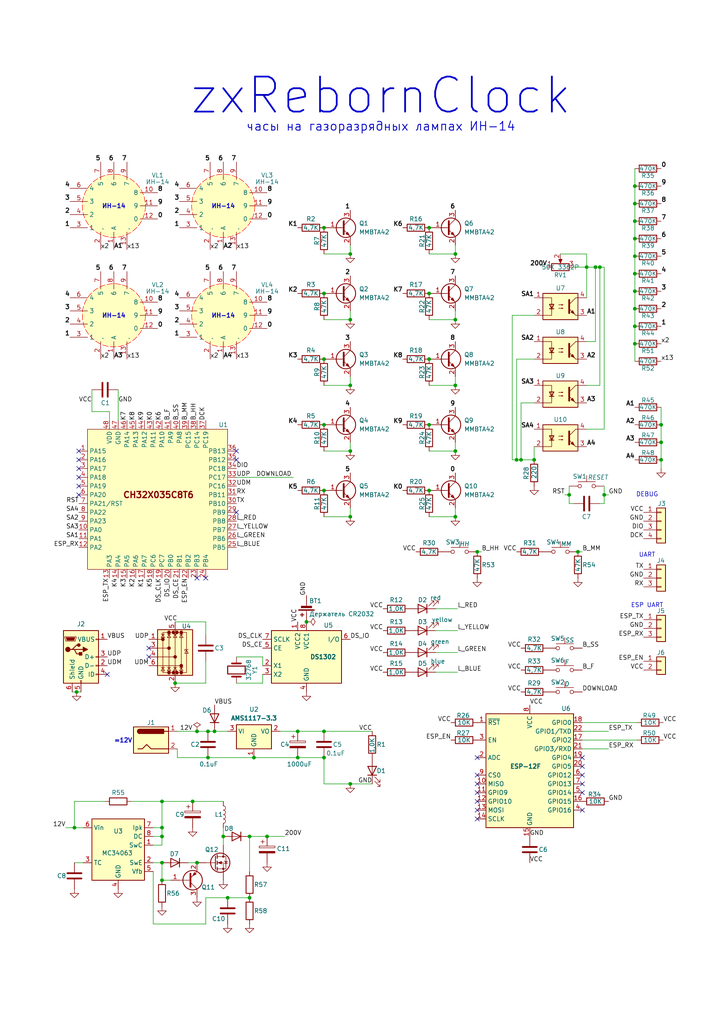
<source format=kicad_sch>
(kicad_sch (version 20250114) (generator "eeschema") (generator_version "9.0")
  (paper "A4" portrait)
  (title_block (title "zxRebornClock (часы на газоразрядных лампах ИН-14)") (date "2025-07-27") (rev "версия 1") (company "https://t.me/emacser2015"))
  (text "=12V" (at 33.02 215.646 0) (effects (font (size 1.27 1.27) (thickness 0.254) (bold yes)) (justify left bottom)))
  (text "zxRebornClock" (at 110.49 27.94 0) (effects (font (size 10.16 10.16) (thickness 0.508) (bold yes))))
  (text "DEBUG" (at 187.706 143.51 0) (effects (font (size 1.27 1.27))))
  (text "часы на газоразрядных лампах ИН-14" (at 110.49 36.83 0) (effects (font (size 2.54 2.54) (thickness 0.254) (bold yes))))
  (text "UART" (at 187.706 161.036 0) (effects (font (size 1.27 1.27))))
  (text "ESP UART" (at 187.706 175.641 0) (effects (font (size 1.27 1.27))))
  (junction (at 50.8 198.12))
  (junction (at 93.98 212.09))
  (junction (at 66.04 260.35))
  (junction (at 60.325 212.09))
  (junction (at 184.15 69.215))
  (junction (at 154.94 133.35))
  (junction (at 124.46 66.04))
  (junction (at 46.99 242.57))
  (junction (at 132.08 130.81))
  (junction (at 124.46 142.24))
  (junction (at 132.08 111.76))
  (junction (at 72.39 260.35))
  (junction (at 21.59 240.03))
  (junction (at 165.1 143.51))
  (junction (at 191.77 128.27))
  (junction (at 132.08 73.66))
  (junction (at 184.15 94.615))
  (junction (at 184.15 74.295))
  (junction (at 46.99 240.03))
  (junction (at 86.36 219.71))
  (junction (at 191.77 133.35))
  (junction (at 60.325 219.71))
  (junction (at 172.72 77.47))
  (junction (at 149.86 133.35))
  (junction (at 184.15 53.975))
  (junction (at 86.36 212.09))
  (junction (at 93.98 219.71))
  (junction (at 22.225 200.66))
  (junction (at 184.15 99.695))
  (junction (at 73.66 219.71))
  (junction (at 93.98 85.09))
  (junction (at 132.08 149.86))
  (junction (at 184.15 89.535))
  (junction (at 88.9 180.34))
  (junction (at 101.6 130.81))
  (junction (at 184.15 84.455))
  (junction (at 124.46 123.19))
  (junction (at 170.18 77.47))
  (junction (at 124.46 104.14))
  (junction (at 184.15 64.135))
  (junction (at 132.08 92.71))
  (junction (at 72.39 242.57))
  (junction (at 46.99 250.19))
  (junction (at 64.77 242.57))
  (junction (at 101.6 73.66))
  (junction (at 93.98 123.19))
  (junction (at 93.98 66.04))
  (junction (at 46.99 255.27))
  (junction (at 124.46 85.09))
  (junction (at 184.15 79.375))
  (junction (at 46.99 232.41))
  (junction (at 175.26 143.51))
  (junction (at 101.6 92.71))
  (junction (at 167.64 160.02))
  (junction (at 57.15 250.19))
  (junction (at 138.43 160.02))
  (junction (at 62.23 212.09))
  (junction (at 173.99 77.47))
  (junction (at 57.15 212.09))
  (junction (at 101.6 111.76))
  (junction (at 93.98 104.14))
  (junction (at 101.6 227.33))
  (junction (at 93.98 142.24))
  (junction (at 191.77 123.19))
  (junction (at 55.88 232.41))
  (junction (at 77.47 242.57))
  (junction (at 184.15 59.055))
  (junction (at 101.6 149.86))
  (junction (at 151.13 133.35))
  (no_connect (at 43.18 187.96))
  (no_connect (at 138.43 229.87))
  (no_connect (at 138.43 227.33))
  (no_connect (at 138.43 234.95))
  (no_connect (at 68.58 130.81))
  (no_connect (at 22.86 135.89))
  (no_connect (at 68.58 133.35))
  (no_connect (at 168.91 227.33))
  (no_connect (at 22.86 143.51))
  (no_connect (at 59.69 167.64))
  (no_connect (at 138.43 232.41))
  (no_connect (at 22.86 140.97))
  (no_connect (at 138.43 224.79))
  (no_connect (at 168.91 234.95))
  (no_connect (at 168.91 219.71))
  (no_connect (at 168.91 229.87))
  (no_connect (at 43.18 190.5))
  (no_connect (at 138.43 219.71))
  (no_connect (at 168.91 222.25))
  (no_connect (at 138.43 237.49))
  (no_connect (at 31.115 195.58))
  (no_connect (at 22.86 133.35))
  (no_connect (at 168.91 224.79))
  (no_connect (at 22.86 130.81))
  (no_connect (at 22.86 138.43))
  (no_connect (at 57.15 167.64))
  (no_connect (at 68.58 148.59))
  (wire (pts (xy 59.69 267.97) (xy 59.69 260.35)))
  (wire (pts (xy 126.365 182.88) (xy 132.715 182.88)))
  (wire (pts (xy 86.36 219.71) (xy 93.98 219.71)))
  (wire (pts (xy 165.1 146.05) (xy 166.37 146.05)))
  (wire (pts (xy 184.15 74.295) (xy 184.15 69.215)))
  (wire (pts (xy 173.99 111.76) (xy 173.99 77.47)))
  (wire (pts (xy 50.8 180.34) (xy 59.69 180.34)))
  (wire (pts (xy 170.18 124.46) (xy 175.26 124.46)))
  (wire (pts (xy 101.6 147.32) (xy 101.6 149.86)))
  (wire (pts (xy 126.365 189.23) (xy 132.715 189.23)))
  (wire (pts (xy 21.59 240.03) (xy 24.13 240.03)))
  (wire (pts (xy 175.26 124.46) (xy 175.26 77.47)))
  (wire (pts (xy 184.15 79.375) (xy 184.15 74.295)))
  (wire (pts (xy 101.6 227.33) (xy 93.98 227.33)))
  (wire (pts (xy 60.325 219.71) (xy 73.66 219.71)))
  (wire (pts (xy 124.46 130.81) (xy 132.08 130.81)))
  (wire (pts (xy 93.98 130.81) (xy 101.6 130.81)))
  (wire (pts (xy 191.77 128.27) (xy 191.77 133.35)))
  (wire (pts (xy 132.08 147.32) (xy 132.08 149.86)))
  (wire (pts (xy 184.15 84.455) (xy 184.15 79.375)))
  (wire (pts (xy 165.1 143.51) (xy 165.1 146.05)))
  (wire (pts (xy 154.94 104.14) (xy 149.86 104.14)))
  (wire (pts (xy 21.59 232.41) (xy 21.59 240.03)))
  (wire (pts (xy 124.46 73.66) (xy 132.08 73.66)))
  (wire (pts (xy 59.69 191.77) (xy 59.69 198.12)))
  (wire (pts (xy 184.15 53.975) (xy 184.15 48.895)))
  (wire (pts (xy 148.59 133.35) (xy 149.86 133.35)))
  (wire (pts (xy 77.47 242.57) (xy 82.55 242.57)))
  (wire (pts (xy 51.435 219.71) (xy 60.325 219.71)))
  (wire (pts (xy 64.77 242.57) (xy 64.77 245.11)))
  (wire (pts (xy 46.99 245.11) (xy 46.99 242.57)))
  (wire (pts (xy 170.18 77.47) (xy 172.72 77.47)))
  (wire (pts (xy 149.86 104.14) (xy 149.86 133.35)))
  (wire (pts (xy 154.94 91.44) (xy 148.59 91.44)))
  (wire (pts (xy 184.15 94.615) (xy 184.15 99.695)))
  (wire (pts (xy 168.91 209.55) (xy 184.785 209.55)))
  (wire (pts (xy 170.18 86.36) (xy 170.18 77.47)))
  (wire (pts (xy 51.435 217.17) (xy 51.435 219.71)))
  (wire (pts (xy 191.77 123.19) (xy 191.77 128.27)))
  (wire (pts (xy 86.36 212.09) (xy 93.98 212.09)))
  (wire (pts (xy 31.75 121.92) (xy 31.75 119.38)))
  (wire (pts (xy 38.1 232.41) (xy 46.99 232.41)))
  (wire (pts (xy 170.18 111.76) (xy 173.99 111.76)))
  (wire (pts (xy 172.72 77.47) (xy 173.99 77.47)))
  (wire (pts (xy 62.23 212.09) (xy 66.04 212.09)))
  (wire (pts (xy 124.46 92.71) (xy 132.08 92.71)))
  (wire (pts (xy 184.15 59.055) (xy 184.15 53.975)))
  (wire (pts (xy 191.77 133.35) (xy 191.77 135.89)))
  (wire (pts (xy 44.45 245.11) (xy 46.99 245.11)))
  (wire (pts (xy 64.77 240.03) (xy 64.77 242.57)))
  (wire (pts (xy 170.18 77.47) (xy 170.18 73.66)))
  (wire (pts (xy 44.45 267.97) (xy 59.69 267.97)))
  (wire (pts (xy 132.08 128.27) (xy 132.08 130.81)))
  (wire (pts (xy 170.18 77.47) (xy 166.37 77.47)))
  (wire (pts (xy 26.67 113.03) (xy 26.67 119.38)))
  (wire (pts (xy 57.15 212.09) (xy 60.325 212.09)))
  (wire (pts (xy 101.6 128.27) (xy 101.6 130.81)))
  (wire (pts (xy 184.15 64.135) (xy 184.15 59.055)))
  (wire (pts (xy 175.26 143.51) (xy 175.26 146.05)))
  (wire (pts (xy 184.15 69.215) (xy 184.15 64.135)))
  (wire (pts (xy 132.08 90.17) (xy 132.08 92.71)))
  (wire (pts (xy 20.955 200.66) (xy 22.225 200.66)))
  (wire (pts (xy 172.72 99.06) (xy 172.72 77.47)))
  (wire (pts (xy 46.99 232.41) (xy 46.99 240.03)))
  (wire (pts (xy 76.2 198.12) (xy 76.2 195.58)))
  (wire (pts (xy 184.15 104.775) (xy 184.15 99.695)))
  (wire (pts (xy 93.98 212.09) (xy 107.95 212.09)))
  (wire (pts (xy 51.435 212.09) (xy 57.15 212.09)))
  (wire (pts (xy 151.13 116.84) (xy 151.13 133.35)))
  (wire (pts (xy 175.26 140.97) (xy 175.26 143.51)))
  (wire (pts (xy 60.325 212.09) (xy 62.23 212.09)))
  (wire (pts (xy 168.91 214.63) (xy 184.785 214.63)))
  (wire (pts (xy 19.05 240.03) (xy 21.59 240.03)))
  (wire (pts (xy 173.99 77.47) (xy 175.26 77.47)))
  (wire (pts (xy 93.98 111.76) (xy 101.6 111.76)))
  (wire (pts (xy 126.365 176.53) (xy 132.715 176.53)))
  (wire (pts (xy 46.99 232.41) (xy 55.88 232.41)))
  (wire (pts (xy 170.18 99.06) (xy 172.72 99.06)))
  (wire (pts (xy 148.59 91.44) (xy 148.59 133.35)))
  (wire (pts (xy 184.15 94.615) (xy 184.15 89.535)))
  (wire (pts (xy 44.45 242.57) (xy 46.99 242.57)))
  (wire (pts (xy 173.99 146.05) (xy 175.26 146.05)))
  (wire (pts (xy 124.46 149.86) (xy 132.08 149.86)))
  (wire (pts (xy 44.45 252.73) (xy 44.45 267.97)))
  (wire (pts (xy 151.13 133.35) (xy 154.94 133.35)))
  (wire (pts (xy 34.29 113.03) (xy 34.29 121.92)))
  (wire (pts (xy 68.58 190.5) (xy 76.2 190.5)))
  (wire (pts (xy 93.98 92.71) (xy 101.6 92.71)))
  (wire (pts (xy 46.99 255.27) (xy 49.53 255.27)))
  (wire (pts (xy 72.39 242.57) (xy 77.47 242.57)))
  (wire (pts (xy 54.61 250.19) (xy 57.15 250.19)))
  (wire (pts (xy 46.99 250.19) (xy 46.99 255.27)))
  (wire (pts (xy 46.99 240.03) (xy 46.99 242.57)))
  (wire (pts (xy 81.28 212.09) (xy 86.36 212.09)))
  (wire (pts (xy 162.56 73.66) (xy 170.18 73.66)))
  (wire (pts (xy 59.69 260.35) (xy 66.04 260.35)))
  (wire (pts (xy 93.98 73.66) (xy 101.6 73.66)))
  (wire (pts (xy 66.04 260.35) (xy 72.39 260.35)))
  (wire (pts (xy 101.6 90.17) (xy 101.6 92.71)))
  (wire (pts (xy 44.45 250.19) (xy 46.99 250.19)))
  (wire (pts (xy 44.45 240.03) (xy 46.99 240.03)))
  (wire (pts (xy 22.225 200.66) (xy 23.495 200.66)))
  (wire (pts (xy 124.46 111.76) (xy 132.08 111.76)))
  (wire (pts (xy 167.64 160.02) (xy 168.91 160.02)))
  (wire (pts (xy 163.83 143.51) (xy 165.1 143.51)))
  (wire (pts (xy 175.26 143.51) (xy 176.53 143.51)))
  (wire (pts (xy 101.6 71.12) (xy 101.6 73.66)))
  (wire (pts (xy 165.1 140.97) (xy 165.1 143.51)))
  (wire (pts (xy 107.95 227.33) (xy 101.6 227.33)))
  (wire (pts (xy 55.88 232.41) (xy 64.77 232.41)))
  (wire (pts (xy 132.08 109.22) (xy 132.08 111.76)))
  (wire (pts (xy 138.43 160.02) (xy 139.7 160.02)))
  (wire (pts (xy 93.98 149.86) (xy 101.6 149.86)))
  (wire (pts (xy 168.91 217.17) (xy 176.53 217.17)))
  (wire (pts (xy 154.94 129.54) (xy 154.94 133.35)))
  (wire (pts (xy 72.39 242.57) (xy 72.39 252.73)))
  (wire (pts (xy 126.365 194.945) (xy 132.715 194.945)))
  (wire (pts (xy 154.94 116.84) (xy 151.13 116.84)))
  (wire (pts (xy 149.86 133.35) (xy 151.13 133.35)))
  (wire (pts (xy 59.69 180.34) (xy 59.69 184.15)))
  (wire (pts (xy 31.75 119.38) (xy 26.67 119.38)))
  (wire (pts (xy 76.2 190.5) (xy 76.2 193.04)))
  (wire (pts (xy 101.6 109.22) (xy 101.6 111.76)))
  (wire (pts (xy 184.15 89.535) (xy 184.15 84.455)))
  (wire (pts (xy 59.69 198.12) (xy 50.8 198.12)))
  (wire (pts (xy 21.59 250.19) (xy 24.13 250.19)))
  (wire (pts (xy 68.58 198.12) (xy 76.2 198.12)))
  (wire (pts (xy 93.98 219.71) (xy 93.98 227.33)))
  (wire (pts (xy 73.66 219.71) (xy 86.36 219.71)))
  (wire (pts (xy 191.77 118.11) (xy 191.77 123.19)))
  (wire (pts (xy 168.91 212.09) (xy 176.53 212.09)))
  (wire (pts (xy 68.58 138.43) (xy 85.09 138.43)))
  (wire (pts (xy 132.08 71.12) (xy 132.08 73.66)))
  (wire (pts (xy 21.59 232.41) (xy 30.48 232.41)))
  (label "0" (at 45.72 63.5 0) (effects (font (bold yes))))
  (label "x2" (at 29.21 104.14 0))
  (label "0" (at 45.72 95.25 0) (effects (font (bold yes))))
  (label "6" (at 132.08 60.96 180) (effects (font (bold yes))))
  (label "ESP_TX" (at 176.53 212.09 0))
  (label "GND" (at 176.53 232.41 0))
  (label "K6" (at 46.99 121.92 90) (effects (font (thickness 0.1588))))
  (label "x13" (at 68.58 104.14 0))
  (label "12V" (at 55.88 212.09 180))
  (label "8" (at 45.72 55.88 0) (effects (font (bold yes))))
  (label "TX" (at 68.58 146.05 0))
  (label "9" (at 77.47 59.69 0) (effects (font (bold yes))))
  (label "ESP_EN" (at 130.81 214.63 180))
  (label "DCK" (at 186.69 156.21 180))
  (label "A1" (at 170.18 91.44 0) (effects (font (bold yes))))
  (label "x2" (at 191.77 99.695 0))
  (label "VCC" (at 186.69 194.31 180))
  (label "7" (at 36.83 78.74 180) (effects (font (bold yes))))
  (label "5" (at 191.77 74.295 0) (effects (font (bold yes))))
  (label "ESP_RX" (at 22.86 158.75 180))
  (label "DCK" (at 59.69 121.92 90))
  (label "200V" (at 158.75 77.47 180) (effects (font (thickness 0.254) (bold yes))))
  (label "L_YELLOW" (at 68.58 153.67 0))
  (label "DS_CLK" (at 46.99 167.64 270))
  (label "3" (at 52.07 58.42 180) (effects (font (bold yes))))
  (label "VCC" (at 86.36 180.34 90))
  (label "A4" (at 64.77 104.14 0) (effects (font (bold yes))))
  (label "UDM" (at 43.18 193.04 180))
  (label "DIO" (at 68.58 135.89 0))
  (label "VCC" (at 186.69 148.59 180))
  (label "L_GREEN" (at 68.58 156.21 0))
  (label "200V" (at 82.55 242.57 0) (effects (font (thickness 0.1588))))
  (label "4" (at 101.6 118.11 180) (effects (font (bold yes))))
  (label "L_GREEN" (at 132.715 189.23 0))
  (label "2" (at 101.6 80.01 180) (effects (font (bold yes))))
  (label "SA4" (at 154.94 124.46 180) (effects (font (thickness 0.254) (bold yes))))
  (label "5" (at 29.21 78.74 180) (effects (font (bold yes))))
  (label "x13" (at 36.83 104.14 0))
  (label "DS_CLK" (at 76.2 185.42 180))
  (label "VCC" (at 130.81 209.55 180))
  (label "8" (at 77.47 55.88 0) (effects (font (bold yes))))
  (label "VCC" (at 192.405 209.55 0))
  (label "GND" (at 186.69 167.64 180))
  (label "A3" (at 170.18 116.84 0) (effects (font (bold yes))))
  (label "0" (at 77.47 95.25 0) (effects (font (bold yes))))
  (label "5" (at 101.6 137.16 180) (effects (font (bold yes))))
  (label "UDP" (at 68.58 138.43 0))
  (label "2" (at 20.32 93.98 180) (effects (font (bold yes))))
  (label "x2" (at 29.21 72.39 0))
  (label "K6" (at 116.84 66.04 180) (effects (font (bold yes))))
  (label "4" (at 52.07 86.36 180) (effects (font (bold yes))))
  (label "GND" (at 107.95 227.33 180))
  (label "3" (at 20.32 58.42 180) (effects (font (bold yes))))
  (label "K4" (at 34.29 167.64 270) (effects (font (thickness 0.1588))))
  (label "B_MM" (at 54.61 121.92 90))
  (label "DOWNLOAD" (at 168.91 200.66 0))
  (label "1" (at 52.07 97.79 180) (effects (font (bold yes))))
  (label "2" (at 52.07 93.98 180) (effects (font (bold yes))))
  (label "A1" (at 33.02 72.39 0) (effects (font (bold yes))))
  (label "A2" (at 64.77 72.39 0) (effects (font (bold yes))))
  (label "0" (at 77.47 63.5 0) (effects (font (bold yes))))
  (label "7" (at 36.83 46.99 180) (effects (font (bold yes))))
  (label "RST" (at 163.83 143.51 180) (effects (font (thickness 0.1588))))
  (label "VCC" (at 151.13 187.96 180))
  (label "K3" (at 86.36 104.14 180) (effects (font (bold yes))))
  (label "7" (at 191.77 64.135 0) (effects (font (bold yes))))
  (label "1" (at 52.07 66.04 180) (effects (font (bold yes))))
  (label "9" (at 45.72 59.69 0) (effects (font (bold yes))))
  (label "B_F" (at 49.53 121.92 90))
  (label "4" (at 191.77 79.375 0) (effects (font (bold yes))))
  (label "RST" (at 22.86 146.05 180) (effects (font (thickness 0.1588))))
  (label "6" (at 33.02 46.99 180) (effects (font (bold yes))))
  (label "9" (at 45.72 91.44 0) (effects (font (bold yes))))
  (label "VCC" (at 192.405 214.63 0))
  (label "VCC" (at 111.125 176.53 180))
  (label "SA2" (at 22.86 151.13 180) (effects (font (thickness 0.1588))))
  (label "UDP" (at 43.18 185.42 180))
  (label "K5" (at 44.45 167.64 270) (effects (font (thickness 0.1588))))
  (label "4" (at 20.32 86.36 180) (effects (font (bold yes))))
  (label "6" (at 64.77 46.99 180) (effects (font (bold yes))))
  (label "x13" (at 191.77 104.775 0))
  (label "SA1" (at 154.94 86.36 180) (effects (font (thickness 0.254) (bold yes))))
  (label "VCC" (at 151.13 194.31 180))
  (label "5" (at 60.96 78.74 180) (effects (font (bold yes))))
  (label "3" (at 191.77 84.455 0) (effects (font (bold yes))))
  (label "1" (at 20.32 97.79 180) (effects (font (bold yes))))
  (label "RX" (at 186.69 170.18 180))
  (label "A3" (at 184.15 128.27 180) (effects (font (bold yes))))
  (label "x2" (at 60.96 104.14 0))
  (label "K7" (at 36.83 121.92 90) (effects (font (thickness 0.1588))))
  (label "A3" (at 33.02 104.14 0) (effects (font (bold yes))))
  (label "4" (at 20.32 54.61 180) (effects (font (bold yes))))
  (label "A4" (at 184.15 133.35 180) (effects (font (bold yes))))
  (label "VCC" (at 107.95 212.09 180))
  (label "8" (at 191.77 59.055 0) (effects (font (bold yes))))
  (label "8" (at 77.47 87.63 0) (effects (font (bold yes))))
  (label "SA4" (at 22.86 148.59 180) (effects (font (thickness 0.1588))))
  (label "VCC" (at 153.67 204.47 0))
  (label "ESP_EN" (at 54.61 167.64 270))
  (label "12V" (at 19.05 240.03 180))
  (label "K0" (at 116.84 142.24 180) (effects (font (bold yes))))
  (label "DIO" (at 186.69 153.67 180))
  (label "L_RED" (at 68.58 151.13 0))
  (label "DOWNLOAD" (at 74.295 138.43 0))
  (label "VCC" (at 120.65 160.02 180))
  (label "B_F" (at 168.91 194.31 0))
  (label "K2" (at 86.36 85.09 180) (effects (font (bold yes))))
  (label "5" (at 29.21 46.99 180) (effects (font (bold yes))))
  (label "1" (at 20.32 66.04 180) (effects (font (bold yes))))
  (label "ESP_RX" (at 186.69 184.785 180))
  (label "GND" (at 34.29 116.84 0))
  (label "ESP_EN" (at 186.69 191.77 180))
  (label "GND" (at 153.67 242.57 0))
  (label "UDP" (at 31.115 190.5 0))
  (label "DS_IO" (at 49.53 167.64 270))
  (label "1" (at 191.77 94.615 0) (effects (font (bold yes))))
  (label "K9" (at 116.84 123.19 180) (effects (font (bold yes))))
  (label "8" (at 132.08 99.06 180) (effects (font (bold yes))))
  (label "L_BLUE" (at 132.715 194.945 0))
  (label "ESP_TX" (at 186.69 179.705 180))
  (label "SA3" (at 22.86 153.67 180) (effects (font (thickness 0.1588))))
  (label "VCC" (at 149.86 160.02 180))
  (label "K1" (at 41.91 167.64 270) (effects (font (thickness 0.1588))))
  (label "VCC" (at 51.435 180.34 180))
  (label "2" (at 52.07 62.23 180) (effects (font (bold yes))))
  (label "K9" (at 41.91 121.92 90) (effects (font (thickness 0.1588))))
  (label "7" (at 68.58 78.74 180) (effects (font (bold yes))))
  (label "x13" (at 68.58 72.39 0))
  (label "K0" (at 44.45 121.92 90) (effects (font (thickness 0.1588))))
  (label "K8" (at 116.84 104.14 180) (effects (font (bold yes))))
  (label "K4" (at 86.36 123.19 180) (effects (font (bold yes))))
  (label "VBUS" (at 31.115 185.42 0))
  (label "ESP_TX" (at 31.75 167.64 270))
  (label "0" (at 191.77 48.895 0) (effects (font (bold yes))))
  (label "GND" (at 186.69 182.245 180))
  (label "8" (at 45.72 87.63 0) (effects (font (bold yes))))
  (label "TX" (at 186.69 165.1 180))
  (label "x13" (at 36.83 72.39 0))
  (label "1" (at 101.6 60.96 180) (effects (font (bold yes))))
  (label "B_HH" (at 139.7 160.02 0))
  (label "VCC" (at 151.13 200.66 180))
  (label "VCC" (at 111.125 182.88 180))
  (label "DS_CE" (at 52.07 167.64 270))
  (label "RX" (at 68.58 143.51 0))
  (label "9" (at 191.77 53.975 0) (effects (font (bold yes))))
  (label "L_RED" (at 132.715 176.53 0))
  (label "5" (at 60.96 46.99 180) (effects (font (bold yes))))
  (label "K5" (at 86.36 142.24 180) (effects (font (bold yes))))
  (label "7" (at 68.58 46.99 180) (effects (font (bold yes))))
  (label "2" (at 191.77 89.535 0) (effects (font (bold yes))))
  (label "9" (at 132.08 118.11 180) (effects (font (bold yes))))
  (label "GND" (at 176.53 143.51 0))
  (label "GND" (at 186.69 151.13 180))
  (label "SA3" (at 154.94 111.76 180) (effects (font (thickness 0.254) (bold yes))))
  (label "SA2" (at 154.94 99.06 180) (effects (font (thickness 0.254) (bold yes))))
  (label "6" (at 64.77 78.74 180) (effects (font (bold yes))))
  (label "3" (at 52.07 90.17 180) (effects (font (bold yes))))
  (label "3" (at 20.32 90.17 180) (effects (font (bold yes))))
  (label "SA1" (at 22.86 156.21 180) (effects (font (thickness 0.1588))))
  (label "L_YELLOW" (at 132.715 182.88 0))
  (label "VBUS" (at 62.23 204.47 0))
  (label "UDM" (at 31.115 193.04 0))
  (label "L_BLUE" (at 68.58 158.75 0))
  (label "VCC" (at 26.67 116.84 180))
  (label "3" (at 101.6 99.06 180) (effects (font (bold yes))))
  (label "6" (at 33.02 78.74 180) (effects (font (bold yes))))
  (label "K2" (at 39.37 167.64 270) (effects (font (thickness 0.1588))))
  (label "GND" (at 88.9 172.72 90))
  (label "9" (at 77.47 91.44 0) (effects (font (bold yes))))
  (label "A4" (at 170.18 129.54 0) (effects (font (bold yes))))
  (label "DS_CE" (at 76.2 187.96 180))
  (label "x2" (at 60.96 72.39 0))
  (label "K8" (at 39.37 121.92 90) (effects (font (thickness 0.1588))))
  (label "B_SS" (at 168.91 187.96 0))
  (label "VCC" (at 111.125 194.945 180))
  (label "VCC" (at 153.67 250.19 0))
  (label "ESP_RX" (at 176.53 217.17 0))
  (label "7" (at 132.08 80.01 180) (effects (font (bold yes))))
  (label "A1" (at 184.15 118.11 180) (effects (font (bold yes))))
  (label "UDM" (at 68.58 140.97 0))
  (label "2" (at 20.32 62.23 180) (effects (font (bold yes))))
  (label "0" (at 132.08 137.16 180) (effects (font (bold yes))))
  (label "B_HH" (at 57.15 121.92 90))
  (label "A2" (at 170.18 104.14 0) (effects (font (bold yes))))
  (label "K7" (at 116.84 85.09 180) (effects (font (bold yes))))
  (label "B_SS" (at 52.07 121.92 90))
  (label "K1" (at 86.36 66.04 180) (effects (font (bold yes))))
  (label "K3" (at 36.83 167.64 270) (effects (font (thickness 0.1588))))
  (label "4" (at 52.07 54.61 180) (effects (font (bold yes))))
  (label "A2" (at 184.15 123.19 180) (effects (font (bold yes))))
  (label "DS_IO" (at 101.6 185.42 0))
  (label "6" (at 191.77 69.215 0) (effects (font (bold yes))))
  (label "B_MM" (at 168.91 160.02 0))
  (label "VCC" (at 111.125 189.23 180))
  (symbol (lib_id "Device:R") (at 120.65 104.14 90) (unit 1)
    (property "Reference" "R18" (at 120.65 101.6 90))
    (property "Value" "4,7K" (at 120.65 104.14 90))
    (property "Footprint" "Resistor_SMD:R_0805_2012Metric_Pad1.20x1.40mm_HandSolder" (effects (hide yes)))
    (property "Description" "Resistor" (effects (hide yes)))
    (property "Note" "0805" (effects (hide yes)))
  )
  (symbol (lib_id "Device:R") (at 90.17 85.09 90) (unit 1)
    (property "Reference" "R3" (at 90.17 82.55 90))
    (property "Value" "4,7K" (at 90.17 85.09 90))
    (property "Footprint" "Resistor_SMD:R_0805_2012Metric_Pad1.20x1.40mm_HandSolder" (effects (hide yes)))
    (property "Description" "Resistor" (effects (hide yes)))
    (property "Note" "0805" (effects (hide yes)))
  )
  (symbol (lib_id "Device:C") (at 59.69 187.96 0) (unit 1)
    (property "Reference" "C3" (at 62.23 187.96 0) (effects (justify left)))
    (property "Value" "0,1uF" (effects (hide yes)))
    (property "Footprint" "Capacitor_SMD:C_0805_2012Metric_Pad1.18x1.45mm_HandSolder" (effects (hide yes)))
    (property "Description" "Unpolarized capacitor" (effects (hide yes)))
    (property "Note" "0805" (effects (hide yes)))
  )
  (symbol (lib_id "Device:R") (at 187.96 64.135 270) (unit 1)
    (property "Reference" "R38" (at 187.96 66.167 90))
    (property "Value" "470K" (at 187.96 64.135 90))
    (property "Footprint" "Resistor_SMD:R_0805_2012Metric_Pad1.20x1.40mm_HandSolder" (effects (hide yes)))
    (property "Description" "Resistor" (effects (hide yes)))
    (property "Note" "0805" (effects (hide yes)))
  )
  (symbol (lib_id "Transistor_BJT:MMBTA42") (at 129.54 104.14 0) (unit 1)
    (property "Reference" "Q8" (at 134.62 102.8699 0) (effects (justify left)))
    (property "Value" "MMBTA42" (at 134.62 105.4099 0) (effects (justify left)))
    (property "Footprint" "Package_TO_SOT_SMD:SOT-23" (effects (hide yes)))
    (property "Datasheet" "https://www.onsemi.com/pub/Collateral/MMBTA42LT1-D.PDF" (effects (hide yes)))
    (property "Description" "0.5A Ic, 300V Vce, NPN High Voltage Transistor, SOT-23" (effects (hide yes)))
    (property "Note" "SOT-23-3" (effects (hide yes)))
  )
  (symbol (lib_id "Switch:SW_Push") (at 170.18 140.97 0) (unit 1)
    (property "Reference" "SW1" (at 168.148 138.176 0))
    (property "Value" "RESET" (at 173.355 138.43 0) (effects (font (italic yes))))
    (property "Footprint" "Button_Switch_SMD:SW_SPST_CK_RS282G05A3" (effects (hide yes)))
    (property "Description" "Push button switch, generic, two pins" (effects (hide yes)))
    (property "Note" "Кнопка тактовая 3.6x6x2.5. https://aliexpress.ru/item/1005004297433455.html?sku_id=12000028671475706" (effects (hide yes)))
  )
  (symbol (lib_id "in14-clock:ИН-14") (at 64.77 74.93 0) (unit 1)
    (property "Reference" "VL4" (at 77.47 82.5814 0))
    (property "Value" "ИН-14" (at 77.47 84.4865 0))
    (property "Footprint" "Library:ИН-14" (effects (hide yes)))
  )
  (symbol (lib_id "Device:C_Polarized") (at 55.88 236.22 0) (unit 1)
    (property "Reference" "C9" (at 50.8 236.22 0) (effects (justify left)))
    (property "Value" "220uF" (effects (hide yes)))
    (property "Footprint" "Capacitor_THT:CP_Radial_D6.3mm_P2.50mm" (effects (hide yes)))
    (property "Link" "https://www.chipdip.ru/product0/9000565757" (effects (hide yes)))
    (property "Note" "16V LESR Polar 6.3x2.5" (effects (hide yes)))
  )
  (symbol (lib_id "Device:R") (at 134.62 214.63 270) (unit 1)
    (property "Reference" "R27" (at 134.366 212.598 90))
    (property "Value" "10K" (at 134.62 214.63 90))
    (property "Footprint" "Resistor_SMD:R_0805_2012Metric_Pad1.20x1.40mm_HandSolder" (effects (hide yes)))
    (property "Description" "Resistor" (effects (hide yes)))
    (property "Note" "0805" (effects (hide yes)))
  )
  (symbol (lib_id "power:GND") (at 64.77 255.27 0) (unit 1)
    (property "Reference" "#PWR027" (effects (hide yes)))
    (property "Value" "GND" (effects (hide yes)))
  )
  (symbol (lib_id "power:GND") (at 132.08 149.86 0) (unit 1)
    (property "Reference" "#PWR010" (effects (hide yes)))
    (property "Value" "GND" (effects (hide yes)))
    (property "Description" "Power symbol creates a global label with name \"GND\" , ground" (effects (hide yes)))
  )
  (symbol (lib_id "Device:R") (at 138.43 163.83 0) (unit 1)
    (property "Reference" "R53" (at 139.7 163.83 0) (effects (justify left)))
    (property "Value" "47K" (at 138.43 165.862 90) (effects (justify left)))
    (property "Footprint" "Resistor_SMD:R_0805_2012Metric_Pad1.20x1.40mm_HandSolder" (effects (hide yes)))
    (property "Description" "Resistor" (effects (hide yes)))
    (property "Note" "0805" (effects (hide yes)))
  )
  (symbol (lib_id "Device:C") (at 170.18 146.05 90) (unit 1)
    (property "Reference" "C7" (at 171.45 149.86 90) (effects (justify left)))
    (property "Value" "0,1uF" (effects (hide yes)))
    (property "Footprint" "Capacitor_SMD:C_0805_2012Metric_Pad1.18x1.45mm_HandSolder" (effects (hide yes)))
    (property "Description" "Unpolarized capacitor" (effects (hide yes)))
    (property "Note" "0805" (effects (hide yes)))
  )
  (symbol (lib_id "Device:C_Polarized") (at 86.36 215.9 0) (unit 1)
    (property "Reference" "C4" (at 81.28 215.9 0) (effects (justify left)))
    (property "Value" "1000uF" (at 83.185 221.615 0) (effects (justify left)))
    (property "Footprint" "Capacitor_THT:CP_Radial_D8.0mm_P3.50mm" (effects (hide yes)))
    (property "Description" "Polarized capacitor" (effects (hide yes)))
    (property "Note" "10V Polar 8.0х3.5" (effects (hide yes)))
  )
  (symbol (lib_id "power:GND") (at 154.94 140.97 0) (unit 1)
    (property "Reference" "#PWR011" (effects (hide yes)))
    (property "Value" "GND" (effects (hide yes)))
    (property "Description" "Power symbol creates a global label with name \"GND\" , ground" (effects (hide yes)))
  )
  (symbol (lib_id "power:GND") (at 132.08 130.81 0) (unit 1)
    (property "Reference" "#PWR09" (effects (hide yes)))
    (property "Value" "GND" (effects (hide yes)))
    (property "Description" "Power symbol creates a global label with name \"GND\" , ground" (effects (hide yes)))
  )
  (symbol (lib_id "Device:C_Polarized") (at 77.47 246.38 0) (unit 1)
    (property "Reference" "C11" (at 80.264 246.126 0) (effects (justify left)))
    (property "Value" "2.2uF" (effects (hide yes)))
    (property "Footprint" "Capacitor_THT:CP_Radial_D6.3mm_P2.50mm" (effects (hide yes)))
    (property "Link" "https://www.chipdip.ru/product0/9000565820" (effects (hide yes)))
    (property "Note" "250V Polar 6.3x2.5" (effects (hide yes)))
  )
  (symbol (lib_id "power:GND") (at 21.59 257.81 0) (unit 1)
    (property "Reference" "#PWR022" (effects (hide yes)))
    (property "Value" "GND" (effects (hide yes)))
  )
  (symbol (lib_id "power:GND") (at 55.88 240.03 0) (unit 1)
    (property "Reference" "#PWR025" (effects (hide yes)))
    (property "Value" "GND" (effects (hide yes)))
  )
  (symbol (lib_id "power:GND") (at 88.9 200.66 0) (unit 1)
    (property "Reference" "#PWR017" (effects (hide yes)))
    (property "Value" "GND" (effects (hide yes)))
    (property "Description" "Power symbol creates a global label with name \"GND\" , ground" (effects (hide yes)))
  )
  (symbol (lib_id "Device:R") (at 172.72 232.41 270) (unit 1)
    (property "Reference" "R34" (at 172.466 230.378 90))
    (property "Value" "10K" (at 172.72 232.41 90))
    (property "Footprint" "Resistor_SMD:R_0805_2012Metric_Pad1.20x1.40mm_HandSolder" (effects (hide yes)))
    (property "Description" "Resistor" (effects (hide yes)))
    (property "Note" "0805" (effects (hide yes)))
  )
  (symbol (lib_id "Device:R") (at 187.96 99.695 270) (unit 1)
    (property "Reference" "R51" (at 187.96 101.727 90))
    (property "Value" "470K" (at 187.96 99.695 90))
    (property "Footprint" "Resistor_SMD:R_0805_2012Metric_Pad1.20x1.40mm_HandSolder" (effects (hide yes)))
    (property "Description" "Resistor" (effects (hide yes)))
    (property "Note" "0805" (effects (hide yes)))
  )
  (symbol (lib_id "Device:R") (at 187.96 123.19 90) (unit 1)
    (property "Reference" "R46" (at 187.96 121.158 90))
    (property "Value" "470K" (at 187.96 123.19 90))
    (property "Footprint" "Resistor_SMD:R_0805_2012Metric_Pad1.20x1.40mm_HandSolder" (effects (hide yes)))
    (property "Description" "Resistor" (effects (hide yes)))
    (property "Note" "0805" (effects (hide yes)))
  )
  (symbol (lib_id "Device:R") (at 120.65 123.19 90) (unit 1)
    (property "Reference" "R19" (at 120.65 120.65 90))
    (property "Value" "4,7K" (at 120.65 123.19 90))
    (property "Footprint" "Resistor_SMD:R_0805_2012Metric_Pad1.20x1.40mm_HandSolder" (effects (hide yes)))
    (property "Description" "Resistor" (effects (hide yes)))
    (property "Note" "0805" (effects (hide yes)))
  )
  (symbol (lib_id "Device:R") (at 187.96 84.455 270) (unit 1)
    (property "Reference" "R42" (at 187.96 86.487 90))
    (property "Value" "470K" (at 187.96 84.455 90))
    (property "Footprint" "Resistor_SMD:R_0805_2012Metric_Pad1.20x1.40mm_HandSolder" (effects (hide yes)))
    (property "Description" "Resistor" (effects (hide yes)))
    (property "Note" "0805" (effects (hide yes)))
  )
  (symbol (lib_id "Device:R") (at 124.46 127 180) (unit 1)
    (property "Reference" "R24" (at 122.428 127 90))
    (property "Value" "47K" (at 124.46 127 90))
    (property "Footprint" "Resistor_SMD:R_0805_2012Metric_Pad1.20x1.40mm_HandSolder" (effects (hide yes)))
    (property "Description" "Resistor" (effects (hide yes)))
    (property "Note" "0805" (effects (hide yes)))
  )
  (symbol (lib_id "Transistor_BJT:MMBTA42") (at 99.06 85.09 0) (unit 1)
    (property "Reference" "Q2" (at 104.14 83.8199 0) (effects (justify left)))
    (property "Value" "MMBTA42" (at 104.14 86.3599 0) (effects (justify left)))
    (property "Footprint" "Package_TO_SOT_SMD:SOT-23" (effects (hide yes)))
    (property "Datasheet" "https://www.onsemi.com/pub/Collateral/MMBTA42LT1-D.PDF" (effects (hide yes)))
    (property "Description" "0.5A Ic, 300V Vce, NPN High Voltage Transistor, SOT-23" (effects (hide yes)))
    (property "Note" "SOT-23-3" (effects (hide yes)))
  )
  (symbol (lib_id "Device:R") (at 187.96 118.11 90) (unit 1)
    (property "Reference" "R45" (at 187.96 116.078 90))
    (property "Value" "470K" (at 187.96 118.11 90))
    (property "Footprint" "Resistor_SMD:R_0805_2012Metric_Pad1.20x1.40mm_HandSolder" (effects (hide yes)))
    (property "Description" "Resistor" (effects (hide yes)))
    (property "Note" "0805" (effects (hide yes)))
  )
  (symbol (lib_id "Device:R") (at 124.46 107.95 180) (unit 1)
    (property "Reference" "R23" (at 122.428 107.95 90))
    (property "Value" "47K" (at 124.46 107.95 90))
    (property "Footprint" "Resistor_SMD:R_0805_2012Metric_Pad1.20x1.40mm_HandSolder" (effects (hide yes)))
    (property "Description" "Resistor" (effects (hide yes)))
    (property "Note" "0805" (effects (hide yes)))
  )
  (symbol (lib_id "Device:R_Potentiometer") (at 162.56 77.47 90) (unit 1)
    (property "Reference" "RV1" (at 162.56 79.756 90))
    (property "Value" "50K 3362P" (at 162.56 77.47 90))
    (property "Footprint" "Library:TRIM_3362P-1-103" (effects (hide yes)))
    (property "Description" "Potentiometer" (effects (hide yes)))
    (property "Note" "https://aliexpress.ru/item/32844761642.html?sku_id=65126175526&spm=a2g2w.productlist.search_results.0.740e4652430OiV" (effects (hide yes)))
  )
  (symbol (lib_id "Switch:SW_Push") (at 133.35 160.02 0) (unit 1)
    (property "Reference" "SW3" (at 131.318 157.226 0))
    (property "Value" "HH" (at 134.62 157.734 0) (effects (font (italic yes))))
    (property "Footprint" "Button_Switch_THT:SW_PUSH_6mm_H9.5mm" (effects (hide yes)))
    (property "Description" "Push button switch, generic, two pins" (effects (hide yes)))
    (property "Note" "Кнопка тактовая 6х6 мм" (effects (hide yes)))
  )
  (symbol (lib_id "power:GND") (at 66.04 267.97 0) (unit 1)
    (property "Reference" "#PWR028" (effects (hide yes)))
    (property "Value" "GND" (effects (hide yes)))
  )
  (symbol (lib_id "Device:R") (at 187.96 79.375 270) (unit 1)
    (property "Reference" "R41" (at 187.96 81.407 90))
    (property "Value" "470K" (at 187.96 79.375 90))
    (property "Footprint" "Resistor_SMD:R_0805_2012Metric_Pad1.20x1.40mm_HandSolder" (effects (hide yes)))
    (property "Description" "Resistor" (effects (hide yes)))
    (property "Note" "0805" (effects (hide yes)))
  )
  (symbol (lib_id "Diode:LL4148") (at 50.8 250.19 180) (unit 1)
    (property "Reference" "D7" (at 50.546 247.65 0))
    (property "Value" "LL4148" (effects (hide yes)))
    (property "Footprint" "Diode_SMD:D_MiniMELF" (effects (hide yes)))
    (property "Datasheet" "http://www.vishay.com/docs/85557/ll4148.pdf" (effects (hide yes)))
    (property "Description" "100V 0.15A standard switching diode, MiniMELF" (effects (hide yes)))
    (property "Sim.Device" "D" (effects (hide yes)))
    (property "Sim.Pins" "1=K 2=A" (effects (hide yes)))
    (property "Note" "SOD-80" (effects (hide yes)))
  )
  (symbol (lib_id "Connector_Generic:Conn_01x02") (at 191.77 191.77 0) (unit 1)
    (property "Reference" "J6" (at 190.5 189.23 0) (effects (justify left)))
    (property "Value" "Гребёнка 1x2x2.54" (effects (hide yes)))
    (property "Footprint" "Connector_PinHeader_2.54mm:PinHeader_1x02_P2.54mm_Vertical" (effects (hide yes)))
    (property "Description" "Generic connector, single row, 01x02, script generated (kicad-library-utils/schlib/autogen/connector/)" (effects (hide yes)))
  )
  (symbol (lib_id "Device:R") (at 188.595 209.55 270) (unit 1)
    (property "Reference" "R49" (at 188.341 207.518 90))
    (property "Value" "10K" (at 188.595 209.55 90))
    (property "Footprint" "Resistor_SMD:R_0805_2012Metric_Pad1.20x1.40mm_HandSolder" (effects (hide yes)))
    (property "Description" "Resistor" (effects (hide yes)))
    (property "Note" "0805" (effects (hide yes)))
  )
  (symbol (lib_id "Device:R") (at 93.98 127 180) (unit 1)
    (property "Reference" "R10" (at 91.948 127 90))
    (property "Value" "47K" (at 93.98 127 90))
    (property "Footprint" "Resistor_SMD:R_0805_2012Metric_Pad1.20x1.40mm_HandSolder" (effects (hide yes)))
    (property "Description" "Resistor" (effects (hide yes)))
    (property "Note" "0805" (effects (hide yes)))
  )
  (symbol (lib_id "Device:R") (at 124.46 69.85 180) (unit 1)
    (property "Reference" "R21" (at 122.428 69.85 90))
    (property "Value" "47K" (at 124.46 69.85 90))
    (property "Footprint" "Resistor_SMD:R_0805_2012Metric_Pad1.20x1.40mm_HandSolder" (effects (hide yes)))
    (property "Description" "Resistor" (effects (hide yes)))
    (property "Note" "0805" (effects (hide yes)))
  )
  (symbol (lib_id "power:GND") (at 132.08 111.76 0) (unit 1)
    (property "Reference" "#PWR08" (effects (hide yes)))
    (property "Value" "GND" (effects (hide yes)))
    (property "Description" "Power symbol creates a global label with name \"GND\" , ground" (effects (hide yes)))
  )
  (symbol (lib_id "power:GND") (at 101.6 130.81 0) (unit 1)
    (property "Reference" "#PWR04" (effects (hide yes)))
    (property "Value" "GND" (effects (hide yes)))
    (property "Description" "Power symbol creates a global label with name \"GND\" , ground" (effects (hide yes)))
  )
  (symbol (lib_id "Device:R") (at 154.94 187.96 90) (unit 1)
    (property "Reference" "R32" (at 154.94 185.42 90))
    (property "Value" "4,7K" (at 154.94 187.96 90))
    (property "Footprint" "Resistor_SMD:R_0805_2012Metric_Pad1.20x1.40mm_HandSolder" (effects (hide yes)))
    (property "Description" "Resistor" (effects (hide yes)))
    (property "Note" "0805" (effects (hide yes)))
  )
  (symbol (lib_id "Device:R") (at 72.39 256.54 0) (unit 1)
    (property "Reference" "R57" (at 73.66 256.54 0) (effects (justify left)))
    (property "Value" "470K 1%" (effects (hide yes)))
    (property "Footprint" "Resistor_THT:R_Axial_DIN0207_L6.3mm_D2.5mm_P7.62mm_Horizontal" (effects (hide yes)))
    (property "Link" "https://aliexpress.ru/item/32847096736.html?spm=a2g2w.orderdetail.0.0.961e4aa6m8WYZn&sku_id=12000030032474500" (effects (hide yes)))
    (property "Note" "THT" (effects (hide yes)))
  )
  (symbol (lib_id "Connector:USB_B_Micro") (at 23.495 190.5 0) (unit 1)
    (property "Reference" "J2" (at 23.495 180.975 0))
    (property "Value" "MicroUSB type B розетка" (effects (hide yes)))
    (property "Footprint" "Connector_USB:USB_Micro-B_Molex-105017-0001" (effects (hide yes)))
    (property "Description" "USB Micro Type B connector" (effects (hide yes)))
    (property "Note" "Molex 105017-0001. https://aliexpress.ru/item/1005005284224038.html?sku_id=12000032486388313" (effects (hide yes)))
  )
  (symbol (lib_id "Transistor_BJT:MMBTA42") (at 99.06 104.14 0) (unit 1)
    (property "Reference" "Q3" (at 104.14 102.8699 0) (effects (justify left)))
    (property "Value" "MMBTA42" (at 104.14 105.4099 0) (effects (justify left)))
    (property "Footprint" "Package_TO_SOT_SMD:SOT-23" (effects (hide yes)))
    (property "Datasheet" "https://www.onsemi.com/pub/Collateral/MMBTA42LT1-D.PDF" (effects (hide yes)))
    (property "Description" "0.5A Ic, 300V Vce, NPN High Voltage Transistor, SOT-23" (effects (hide yes)))
    (property "Note" "SOT-23-3" (effects (hide yes)))
  )
  (symbol (lib_id "Device:R") (at 154.94 194.31 90) (unit 1)
    (property "Reference" "R33" (at 154.94 191.77 90))
    (property "Value" "4,7K" (at 154.94 194.31 90))
    (property "Footprint" "Resistor_SMD:R_0805_2012Metric_Pad1.20x1.40mm_HandSolder" (effects (hide yes)))
    (property "Description" "Resistor" (effects (hide yes)))
    (property "Note" "0805" (effects (hide yes)))
  )
  (symbol (lib_id "Device:LED") (at 122.555 194.945 180) (unit 1)
    (property "Reference" "D5" (at 122.555 192.405 0))
    (property "Value" "blue" (at 127 191.77 0))
    (property "Footprint" "LED_SMD:LED_0805_2012Metric_Pad1.15x1.40mm_HandSolder" (effects (hide yes)))
    (property "Description" "Light emitting diode" (effects (hide yes)))
    (property "Note" "led 0805" (effects (hide yes)))
  )
  (symbol (lib_id "Device:R") (at 93.98 69.85 180) (unit 1)
    (property "Reference" "R7" (at 91.948 69.85 90))
    (property "Value" "47K" (at 93.98 69.85 90))
    (property "Footprint" "Resistor_SMD:R_0805_2012Metric_Pad1.20x1.40mm_HandSolder" (effects (hide yes)))
    (property "Description" "Resistor" (effects (hide yes)))
    (property "Note" "0805" (effects (hide yes)))
  )
  (symbol (lib_id "Device:R") (at 90.17 123.19 90) (unit 1)
    (property "Reference" "R5" (at 90.17 120.65 90))
    (property "Value" "4,7K" (at 90.17 123.19 90))
    (property "Footprint" "Resistor_SMD:R_0805_2012Metric_Pad1.20x1.40mm_HandSolder" (effects (hide yes)))
    (property "Description" "Resistor" (effects (hide yes)))
    (property "Note" "0805" (effects (hide yes)))
  )
  (symbol (lib_id "Device:C") (at 153.67 246.38 0) (unit 1)
    (property "Reference" "C6" (at 156.21 246.38 0) (effects (justify left)))
    (property "Value" "0,1uF" (effects (hide yes)))
    (property "Footprint" "Capacitor_SMD:C_0805_2012Metric_Pad1.18x1.45mm_HandSolder" (effects (hide yes)))
    (property "Description" "Unpolarized capacitor" (effects (hide yes)))
    (property "Note" "0805" (effects (hide yes)))
  )
  (symbol (lib_id "Device:LED") (at 107.95 223.52 90) (unit 1)
    (property "Reference" "D1" (at 109.22 223.52 90) (effects (justify right)))
    (property "Value" "white" (effects (hide yes)))
    (property "Footprint" "LED_SMD:LED_0805_2012Metric_Pad1.15x1.40mm_HandSolder" (effects (hide yes)))
    (property "Description" "Light emitting diode" (effects (hide yes)))
    (property "Note" "led 0805" (effects (hide yes)))
  )
  (symbol (lib_id "Transistor_BJT:MMBTA42") (at 99.06 123.19 0) (unit 1)
    (property "Reference" "Q4" (at 104.14 121.9199 0) (effects (justify left)))
    (property "Value" "MMBTA42" (at 104.14 124.4599 0) (effects (justify left)))
    (property "Footprint" "Package_TO_SOT_SMD:SOT-23" (effects (hide yes)))
    (property "Datasheet" "https://www.onsemi.com/pub/Collateral/MMBTA42LT1-D.PDF" (effects (hide yes)))
    (property "Description" "0.5A Ic, 300V Vce, NPN High Voltage Transistor, SOT-23" (effects (hide yes)))
    (property "Note" "SOT-23-3" (effects (hide yes)))
  )
  (symbol (lib_id "Device:R") (at 187.96 69.215 270) (unit 1)
    (property "Reference" "R39" (at 187.96 71.247 90))
    (property "Value" "470K" (at 187.96 69.215 90))
    (property "Footprint" "Resistor_SMD:R_0805_2012Metric_Pad1.20x1.40mm_HandSolder" (effects (hide yes)))
    (property "Description" "Resistor" (effects (hide yes)))
    (property "Note" "0805" (effects (hide yes)))
  )
  (symbol (lib_id "Device:R") (at 187.96 94.615 270) (unit 1)
    (property "Reference" "R44" (at 187.96 96.647 90))
    (property "Value" "470K" (at 187.96 94.615 90))
    (property "Footprint" "Resistor_SMD:R_0805_2012Metric_Pad1.20x1.40mm_HandSolder" (effects (hide yes)))
    (property "Description" "Resistor" (effects (hide yes)))
    (property "Note" "0805" (effects (hide yes)))
  )
  (symbol (lib_id "Device:R") (at 154.94 200.66 90) (unit 1)
    (property "Reference" "R29" (at 154.94 198.12 90))
    (property "Value" "4,7K" (at 154.94 200.66 90))
    (property "Footprint" "Resistor_SMD:R_0805_2012Metric_Pad1.20x1.40mm_HandSolder" (effects (hide yes)))
    (property "Description" "Resistor" (effects (hide yes)))
    (property "Note" "0805" (effects (hide yes)))
  )
  (symbol (lib_id "Switch:SW_Push") (at 163.83 187.96 0) (unit 1)
    (property "Reference" "SW5" (at 161.798 185.166 0))
    (property "Value" "SS" (at 165.1 185.674 0) (effects (font (italic yes))))
    (property "Footprint" "Button_Switch_THT:SW_PUSH_6mm_H9.5mm" (effects (hide yes)))
    (property "Description" "Push button switch, generic, two pins" (effects (hide yes)))
    (property "Note" "Кнопка тактовая 6х6 мм" (effects (hide yes)))
  )
  (symbol (lib_id "Switch:SW_Push") (at 163.83 200.66 0) (unit 1)
    (property "Reference" "SW2" (at 161.798 197.866 0))
    (property "Value" "D" (at 164.338 198.374 0) (effects (font (italic yes))))
    (property "Footprint" "Button_Switch_SMD:SW_SPST_CK_RS282G05A3" (effects (hide yes)))
    (property "Description" "Push button switch, generic, two pins" (effects (hide yes)))
    (property "Note" "Кнопка тактовая 3.6x6x2.5. https://aliexpress.ru/item/1005004297433455.html?sku_id=12000028671475706" (effects (hide yes)))
  )
  (symbol (lib_id "Device:R") (at 93.98 107.95 180) (unit 1)
    (property "Reference" "R9" (at 91.948 107.95 90))
    (property "Value" "47K" (at 93.98 107.95 90))
    (property "Footprint" "Resistor_SMD:R_0805_2012Metric_Pad1.20x1.40mm_HandSolder" (effects (hide yes)))
    (property "Description" "Resistor" (effects (hide yes)))
    (property "Note" "0805" (effects (hide yes)))
  )
  (symbol (lib_id "Regulator_Linear:AMS1117-5.0") (at 73.66 212.09 0) (unit 1)
    (property "Reference" "U2" (at 73.66 205.74 0))
    (property "Value" "AMS1117-3.3" (at 73.66 208.28 0) (effects (font (bold yes))))
    (property "Footprint" "Package_TO_SOT_SMD:SOT-223-3_TabPin2" (effects (hide yes)))
    (property "Datasheet" "http://www.advanced-monolithic.com/pdf/ds1117.pdf" (effects (hide yes)))
    (property "Description" "1A Low Dropout regulator, positive, 5.0V fixed output, SOT-223" (effects (hide yes)))
    (property "Link" "https://aliexpress.ru/item/32868348278.html?af=1954_7685&cn=2urus0rxhlj2a26lb42oc348en4sb3ob&cv=2&dp=2urus0rxhlj2a26lb42oc348en4sb3ob&sub=42s0rxhldu0uqsc94bkx8u7ip8ptxrhx&utm_campaign=1954_7685&utm_content=2&utm_medium=cpa&utm_source=aerkol&aff_fcid=d9bbc7b18e534b658df57505f8202b67-1694356041700-09763-_DmT3Su5&aff_fsk=_DmT3Su5&aff_platform=api-new-link-generate&sk=_DmT3Su5&aff_trace_key=d9bbc7b18e534b658df57505f8202b67-1694356041700-09763-_DmT3Su5&terminal_id=de55c4b9bfb0419ebf5abaefafc9d70b&sku_id=65500041848" (effects (hide yes)))
    (property "Note" "sot-223" (effects (hide yes)))
  )
  (symbol (lib_id "Regulator_Switching:MC34063AD") (at 34.29 245.11 0) (unit 1)
    (property "Reference" "U3" (at 34.29 241.046 0))
    (property "Value" "MC34063" (at 34.036 247.396 0))
    (property "Footprint" "Package_SO:SOIC-8_3.9x4.9mm_P1.27mm" (effects (hide yes)))
    (property "Datasheet" "http://www.onsemi.com/pub_link/Collateral/MC34063A-D.PDF" (effects (hide yes)))
    (property "Description" "1.5A, step-up/down/inverting switching regulator, 3-40V Vin, 100kHz, SO-8" (effects (hide yes)))
    (property "Note" "SOIC-8" (effects (hide yes)))
  )
  (symbol (lib_id "Device:R") (at 124.46 160.02 90) (unit 1)
    (property "Reference" "R30" (at 124.46 157.48 90))
    (property "Value" "4,7K" (at 124.46 160.02 90))
    (property "Footprint" "Resistor_SMD:R_0805_2012Metric_Pad1.20x1.40mm_HandSolder" (effects (hide yes)))
    (property "Description" "Resistor" (effects (hide yes)))
    (property "Note" "0805" (effects (hide yes)))
  )
  (symbol (lib_id "RF_Module:ESP-12E") (at 153.67 224.79 0) (unit 1)
    (property "Reference" "U6" (at 162.814 205.486 0) (effects (justify left)))
    (property "Value" "ESP-12F" (at 147.828 222.25 0) (effects (font (thickness 0.254) (bold yes)) (justify left)))
    (property "Footprint" "RF_Module:ESP-12E" (effects (hide yes)))
    (property "Datasheet" "http://wiki.ai-thinker.com/_media/esp8266/esp8266_series_modules_user_manual_v1.1.pdf" (effects (hide yes)))
    (property "Description" "802.11 b/g/n Wi-Fi Module" (effects (hide yes)))
  )
  (symbol (lib_id "power:GND") (at 132.08 92.71 0) (unit 1)
    (property "Reference" "#PWR07" (effects (hide yes)))
    (property "Value" "GND" (effects (hide yes)))
    (property "Description" "Power symbol creates a global label with name \"GND\" , ground" (effects (hide yes)))
  )
  (symbol (lib_id "Device:R") (at 187.96 74.295 270) (unit 1)
    (property "Reference" "R40" (at 187.96 76.327 90))
    (property "Value" "470K" (at 187.96 74.295 90))
    (property "Footprint" "Resistor_SMD:R_0805_2012Metric_Pad1.20x1.40mm_HandSolder" (effects (hide yes)))
    (property "Description" "Resistor" (effects (hide yes)))
    (property "Note" "0805" (effects (hide yes)))
  )
  (symbol (lib_id "power:GND") (at 22.225 200.66 0) (unit 1)
    (property "Reference" "#PWR016" (effects (hide yes)))
    (property "Value" "GND" (effects (hide yes)))
    (property "Description" "Power symbol creates a global label with name \"GND\" , ground" (effects (hide yes)))
  )
  (symbol (lib_id "Device:R") (at 187.96 104.775 270) (unit 1)
    (property "Reference" "R52" (at 187.96 106.807 90))
    (property "Value" "470K" (at 187.96 104.775 90))
    (property "Footprint" "Resistor_SMD:R_0805_2012Metric_Pad1.20x1.40mm_HandSolder" (effects (hide yes)))
    (property "Description" "Resistor" (effects (hide yes)))
    (property "Note" "0805" (effects (hide yes)))
  )
  (symbol (lib_id "power:GND") (at 46.99 262.89 0) (unit 1)
    (property "Reference" "#PWR024" (effects (hide yes)))
    (property "Value" "GND" (effects (hide yes)))
  )
  (symbol (lib_id "power:GND") (at 101.6 227.33 0) (unit 1)
    (property "Reference" "#PWR013" (effects (hide yes)))
    (property "Value" "GND" (effects (hide yes)))
    (property "Description" "Power symbol creates a global label with name \"GND\" , ground" (effects (hide yes)))
  )
  (symbol (lib_id "power:GND") (at 101.6 111.76 0) (unit 1)
    (property "Reference" "#PWR03" (effects (hide yes)))
    (property "Value" "GND" (effects (hide yes)))
    (property "Description" "Power symbol creates a global label with name \"GND\" , ground" (effects (hide yes)))
  )
  (symbol (lib_id "Device:Crystal") (at 68.58 194.31 270) (unit 1)
    (property "Reference" "Y1" (at 73.914 194.31 0))
    (property "Value" "32768" (at 72.136 194.31 0))
    (property "Footprint" "Crystal:Crystal_C38-LF_D3.0mm_L8.0mm_Horizontal" (effects (hide yes)))
    (property "Description" "Two pin crystal" (effects (hide yes)))
    (property "Note" "часовой кварц" (effects (hide yes)))
  )
  (symbol (lib_id "power:GND") (at 101.6 73.66 0) (unit 1)
    (property "Reference" "#PWR01" (effects (hide yes)))
    (property "Value" "GND" (effects (hide yes)))
    (property "Description" "Power symbol creates a global label with name \"GND\" , ground" (effects (hide yes)))
  )
  (symbol (lib_id "Device:LED") (at 122.555 176.53 180) (unit 1)
    (property "Reference" "D2" (at 122.555 173.99 0))
    (property "Value" "red" (at 126.365 173.355 0))
    (property "Footprint" "LED_SMD:LED_0805_2012Metric_Pad1.15x1.40mm_HandSolder" (effects (hide yes)))
    (property "Description" "Light emitting diode" (effects (hide yes)))
    (property "Note" "led 0805" (effects (hide yes)))
  )
  (symbol (lib_id "Connector:Jack-DC") (at 43.815 214.63 0) (unit 1)
    (property "Reference" "J1" (at 43.815 209.55 0))
    (property "Value" "Jack DC" (effects (hide yes)))
    (property "Footprint" "Connector_BarrelJack:BarrelJack_Horizontal" (effects (hide yes)))
    (property "Description" "DC Barrel Jack" (effects (hide yes)))
    (property "Link" "https://aliexpress.ru/item/32361314769.html?spm=a2g2w.orderdetail.0.0.77144aa6aQSCM3&sku_id=64847447207" (effects (hide yes)))
  )
  (symbol (lib_id "Device:R") (at 187.96 128.27 90) (unit 1)
    (property "Reference" "R47" (at 187.96 126.238 90))
    (property "Value" "470K" (at 187.96 128.27 90))
    (property "Footprint" "Resistor_SMD:R_0805_2012Metric_Pad1.20x1.40mm_HandSolder" (effects (hide yes)))
    (property "Description" "Resistor" (effects (hide yes)))
    (property "Note" "0805" (effects (hide yes)))
  )
  (symbol (lib_id "Transistor_BJT:MMBTA42") (at 99.06 66.04 0) (unit 1)
    (property "Reference" "Q1" (at 104.14 64.7699 0) (effects (justify left)))
    (property "Value" "MMBTA42" (at 104.14 67.3099 0) (effects (justify left)))
    (property "Footprint" "Package_TO_SOT_SMD:SOT-23" (effects (hide yes)))
    (property "Datasheet" "https://www.onsemi.com/pub/Collateral/MMBTA42LT1-D.PDF" (effects (hide yes)))
    (property "Description" "0.5A Ic, 300V Vce, NPN High Voltage Transistor, SOT-23" (effects (hide yes)))
    (property "Note" "SOT-23-3" (effects (hide yes)))
  )
  (symbol (lib_id "Device:Battery_Cell") (at 88.9 175.26 180) (unit 1)
    (property "Reference" "BT1" (at 89.662 174.244 0) (effects (justify right)))
    (property "Value" "Держатель CR2032" (at 89.662 178.054 0) (effects (justify right)))
    (property "Footprint" "Battery:BatteryHolder_MYOUNG_BS-07-A1BJ001_CR2032" (effects (hide yes)))
    (property "Description" "Single-cell battery" (effects (hide yes)))
    (property "Note" "https://aliexpress.ru/item/4001240194584.html?spm=a2g2w.orderdetail.0.0.52824aa640KOvY&sku_id=10000015424733532" (effects (hide yes)))
  )
  (symbol (lib_id "Power_Protection:USBLC6-4SC6") (at 50.8 187.96 0) (unit 1)
    (property "Reference" "U4" (at 52.705 181.61 0) (effects (justify left)))
    (property "Value" "USBLC6-4SC6" (effects (hide yes)))
    (property "Footprint" "Package_TO_SOT_SMD:SOT-23-6" (effects (hide yes)))
    (property "Datasheet" "https://www.st.com/resource/en/datasheet/usblc6-4.pdf" (effects (hide yes)))
    (property "Description" "Very low capacitance ESD protection diode, 4 data-line, SOT-23-6" (effects (hide yes)))
    (property "Note" "SOT-23-6" (effects (hide yes)))
  )
  (symbol (lib_id "Device:C") (at 60.325 215.9 0) (unit 1)
    (property "Reference" "C2" (at 55.245 215.9 0) (effects (justify left)))
    (property "Value" "0.1uF" (at 57.785 221.615 0) (effects (justify left)))
    (property "Footprint" "Capacitor_SMD:C_0805_2012Metric_Pad1.18x1.45mm_HandSolder" (effects (hide yes)))
    (property "Description" "Unpolarized capacitor" (effects (hide yes)))
    (property "Note" "0805" (effects (hide yes)))
  )
  (symbol (lib_id "Device:R") (at 167.64 163.83 0) (unit 1)
    (property "Reference" "R54" (at 168.91 163.83 0) (effects (justify left)))
    (property "Value" "47K" (at 167.64 165.862 90) (effects (justify left)))
    (property "Footprint" "Resistor_SMD:R_0805_2012Metric_Pad1.20x1.40mm_HandSolder" (effects (hide yes)))
    (property "Description" "Resistor" (effects (hide yes)))
    (property "Note" "0805" (effects (hide yes)))
  )
  (symbol (lib_id "power:GND") (at 72.39 267.97 0) (unit 1)
    (property "Reference" "#PWR029" (effects (hide yes)))
    (property "Value" "GND" (effects (hide yes)))
  )
  (symbol (lib_id "Device:R") (at 124.46 88.9 180) (unit 1)
    (property "Reference" "R22" (at 122.428 88.9 90))
    (property "Value" "47K" (at 124.46 88.9 90))
    (property "Footprint" "Resistor_SMD:R_0805_2012Metric_Pad1.20x1.40mm_HandSolder" (effects (hide yes)))
    (property "Description" "Resistor" (effects (hide yes)))
    (property "Note" "0805" (effects (hide yes)))
  )
  (symbol (lib_id "power:GND") (at 132.08 73.66 0) (unit 1)
    (property "Reference" "#PWR06" (effects (hide yes)))
    (property "Value" "GND" (effects (hide yes)))
    (property "Description" "Power symbol creates a global label with name \"GND\" , ground" (effects (hide yes)))
  )
  (symbol (lib_id "Device:LED") (at 122.555 182.88 180) (unit 1)
    (property "Reference" "D3" (at 122.555 180.34 0))
    (property "Value" "yellow" (at 128.27 179.705 0))
    (property "Footprint" "LED_SMD:LED_0805_2012Metric_Pad1.15x1.40mm_HandSolder" (effects (hide yes)))
    (property "Description" "Light emitting diode" (effects (hide yes)))
    (property "Note" "led 0805" (effects (hide yes)))
  )
  (symbol (lib_name "ИН-14_1") (lib_id "in14-clock:ИН-14") (at 33.02 43.18 0) (unit 1)
    (property "Reference" "VL1" (at 45.72 50.8314 0))
    (property "Value" "ИН-14" (at 45.72 52.7365 0))
    (property "Footprint" "Library:ИН-14" (effects (hide yes)))
  )
  (symbol (lib_id "Device:R") (at 124.46 146.05 180) (unit 1)
    (property "Reference" "R25" (at 122.428 146.05 90))
    (property "Value" "47K" (at 124.46 146.05 90))
    (property "Footprint" "Resistor_SMD:R_0805_2012Metric_Pad1.20x1.40mm_HandSolder" (effects (hide yes)))
    (property "Description" "Resistor" (effects (hide yes)))
    (property "Note" "0805" (effects (hide yes)))
  )
  (symbol (lib_id "Device:R") (at 90.17 66.04 90) (unit 1)
    (property "Reference" "R2" (at 90.17 63.5 90))
    (property "Value" "4,7K" (at 90.17 66.04 90))
    (property "Footprint" "Resistor_SMD:R_0805_2012Metric_Pad1.20x1.40mm_HandSolder" (effects (hide yes)))
    (property "Description" "Resistor" (effects (hide yes)))
    (property "Note" "0805" (effects (hide yes)))
  )
  (symbol (lib_id "Device:R") (at 34.29 232.41 90) (unit 1)
    (property "Reference" "R55" (at 34.29 229.87 90))
    (property "Value" "0.33" (effects (hide yes)))
    (property "Footprint" "Resistor_SMD:R_0805_2012Metric_Pad1.20x1.40mm_HandSolder" (effects (hide yes)))
    (property "Link" "https://aliexpress.ru/item/1005001794062302.html?spm=a2g2w.orderdetail.0.0.3b194aa6BKKUxl&sku_id=12000017594821115" (effects (hide yes)))
    (property "Note" "0805" (effects (hide yes)))
  )
  (symbol (lib_id "power:GND") (at 138.43 167.64 0) (unit 1)
    (property "Reference" "#PWR015" (effects (hide yes)))
    (property "Value" "GND" (effects (hide yes)))
    (property "Description" "Power symbol creates a global label with name \"GND\" , ground" (effects (hide yes)))
  )
  (symbol (lib_id "Transistor_BJT:MMBTA42") (at 129.54 142.24 0) (unit 1)
    (property "Reference" "Q10" (at 134.62 140.9699 0) (effects (justify left)))
    (property "Value" "MMBTA42" (at 134.62 143.5099 0) (effects (justify left)))
    (property "Footprint" "Package_TO_SOT_SMD:SOT-23" (effects (hide yes)))
    (property "Datasheet" "https://www.onsemi.com/pub/Collateral/MMBTA42LT1-D.PDF" (effects (hide yes)))
    (property "Description" "0.5A Ic, 300V Vce, NPN High Voltage Transistor, SOT-23" (effects (hide yes)))
    (property "Note" "SOT-23-3" (effects (hide yes)))
  )
  (symbol (lib_id "Transistor_BJT:MMBTA56") (at 54.61 255.27 0) (mirror x) (unit 1)
    (property "Reference" "Q11" (at 58.42 257.302 0) (effects (justify left)))
    (property "Value" "MMBTA56" (effects (hide yes)))
    (property "Footprint" "Package_TO_SOT_SMD:SOT-23" (effects (hide yes)))
    (property "Datasheet" "https://diotec.com/request/datasheet/mmbta56.pdf" (effects (hide yes)))
    (property "Description" "0.5A Ic, 80V Vce, general purpose PNP" (effects (hide yes)))
    (property "Note" "SOT-23" (effects (hide yes)))
  )
  (symbol (lib_id "Transistor_BJT:MMBTA42") (at 99.06 142.24 0) (unit 1)
    (property "Reference" "Q5" (at 104.14 140.9699 0) (effects (justify left)))
    (property "Value" "MMBTA42" (at 104.14 143.5099 0) (effects (justify left)))
    (property "Footprint" "Package_TO_SOT_SMD:SOT-23" (effects (hide yes)))
    (property "Datasheet" "https://www.onsemi.com/pub/Collateral/MMBTA42LT1-D.PDF" (effects (hide yes)))
    (property "Description" "0.5A Ic, 300V Vce, NPN High Voltage Transistor, SOT-23" (effects (hide yes)))
    (property "Note" "SOT-23-3" (effects (hide yes)))
  )
  (symbol (lib_id "Device:R") (at 134.62 209.55 270) (unit 1)
    (property "Reference" "R26" (at 134.366 207.518 90))
    (property "Value" "10K" (at 134.62 209.55 90))
    (property "Footprint" "Resistor_SMD:R_0805_2012Metric_Pad1.20x1.40mm_HandSolder" (effects (hide yes)))
    (property "Description" "Resistor" (effects (hide yes)))
    (property "Note" "0805" (effects (hide yes)))
  )
  (symbol (lib_id "Device:R") (at 187.96 133.35 90) (unit 1)
    (property "Reference" "R48" (at 187.96 131.318 90))
    (property "Value" "470K" (at 187.96 133.35 90))
    (property "Footprint" "Resistor_SMD:R_0805_2012Metric_Pad1.20x1.40mm_HandSolder" (effects (hide yes)))
    (property "Description" "Resistor" (effects (hide yes)))
    (property "Note" "0805" (effects (hide yes)))
  )
  (symbol (lib_id "Device:C") (at 66.04 264.16 0) (unit 1)
    (property "Reference" "C10" (at 61.468 266.446 0) (effects (justify left)))
    (property "Value" "0.01uF" (effects (hide yes)))
    (property "Footprint" "Capacitor_SMD:C_0805_2012Metric_Pad1.18x1.45mm_HandSolder" (effects (hide yes)))
    (property "Link" "https://www.chipdip.ru/product/grm2195c1h103j" (effects (hide yes)))
    (property "Note" "0805" (effects (hide yes)))
  )
  (symbol (lib_id "Device:R") (at 187.96 89.535 270) (unit 1)
    (property "Reference" "R43" (at 187.96 91.567 90))
    (property "Value" "470K" (at 187.96 89.535 90))
    (property "Footprint" "Resistor_SMD:R_0805_2012Metric_Pad1.20x1.40mm_HandSolder" (effects (hide yes)))
    (property "Description" "Resistor" (effects (hide yes)))
    (property "Note" "0805" (effects (hide yes)))
  )
  (symbol (lib_name "ИН-14_2") (lib_id "in14-clock:ИН-14") (at 33.02 74.93 0) (unit 1)
    (property "Reference" "VL2" (at 45.72 82.5814 0))
    (property "Value" "ИН-14" (at 45.72 84.4865 0))
    (property "Footprint" "Library:ИН-14" (effects (hide yes)))
  )
  (symbol (lib_id "Connector_Generic:Conn_01x03") (at 191.77 182.245 0) (unit 1)
    (property "Reference" "J5" (at 190.5 177.165 0) (effects (justify left)))
    (property "Value" "Гребёнка 1x3x2.54" (effects (hide yes)))
    (property "Footprint" "Connector_PinHeader_2.54mm:PinHeader_1x03_P2.54mm_Vertical" (effects (hide yes)))
    (property "Description" "Generic connector, single row, 01x03, script generated (kicad-library-utils/schlib/autogen/connector/)" (effects (hide yes)))
  )
  (symbol (lib_id "Device:R") (at 187.96 53.975 270) (unit 1)
    (property "Reference" "R36" (at 187.96 56.007 90))
    (property "Value" "470K" (at 187.96 53.975 90))
    (property "Footprint" "Resistor_SMD:R_0805_2012Metric_Pad1.20x1.40mm_HandSolder" (effects (hide yes)))
    (property "Description" "Resistor" (effects (hide yes)))
    (property "Note" "0805" (effects (hide yes)))
  )
  (symbol (lib_id "Connector_Generic:Conn_01x03") (at 191.77 167.64 0) (unit 1)
    (property "Reference" "J4" (at 190.5 162.56 0) (effects (justify left)))
    (property "Value" "Гребёнка 1x3x2.54" (effects (hide yes)))
    (property "Footprint" "Connector_PinHeader_2.54mm:PinHeader_1x03_P2.54mm_Vertical" (effects (hide yes)))
    (property "Description" "Generic connector, single row, 01x03, script generated (kicad-library-utils/schlib/autogen/connector/)" (effects (hide yes)))
  )
  (symbol (lib_id "Device:C") (at 21.59 254 0) (unit 1)
    (property "Reference" "C8" (at 16.51 254 0) (effects (justify left)))
    (property "Value" "2200pF" (effects (hide yes)))
    (property "Footprint" "Capacitor_SMD:C_0805_2012Metric_Pad1.18x1.45mm_HandSolder" (effects (hide yes)))
    (property "Link" "https://www.chipdip.ru/product/grm2165c1h222j" (effects (hide yes)))
    (property "Note" "0805" (effects (hide yes)))
  )
  (symbol (lib_id "power:GND") (at 34.29 257.81 0) (unit 1)
    (property "Reference" "#PWR023" (effects (hide yes)))
    (property "Value" "GND" (effects (hide yes)))
  )
  (symbol (lib_id "Isolator:TLP785") (at 162.56 88.9 0) (unit 1)
    (property "Reference" "U7" (at 162.56 83.566 0))
    (property "Value" "TLP627" (effects (hide yes)))
    (property "Footprint" "Package_DIP:DIP-4_W7.62mm" (effects (hide yes)))
    (property "Datasheet" "https://toshiba.semicon-storage.com/info/docget.jsp?did=10569&prodName=TLP785" (effects (hide yes)))
    (property "Description" "DC Optocoupler, Vce 80V, CTR 50-200%, DIP4" (effects (hide yes)))
    (property "Note" "или KP40101D" (effects (hide yes)))
  )
  (symbol (lib_id "Device:R") (at 114.935 182.88 90) (unit 1)
    (property "Reference" "R13" (at 114.935 180.34 90))
    (property "Value" "1,0K" (at 114.935 182.88 90))
    (property "Footprint" "Resistor_SMD:R_0805_2012Metric_Pad1.20x1.40mm_HandSolder" (effects (hide yes)))
    (property "Description" "Resistor" (effects (hide yes)))
    (property "Note" "0805" (effects (hide yes)))
  )
  (symbol (lib_id "Device:R") (at 93.98 146.05 180) (unit 1)
    (property "Reference" "R11" (at 91.948 146.05 90))
    (property "Value" "47K" (at 93.98 146.05 90))
    (property "Footprint" "Resistor_SMD:R_0805_2012Metric_Pad1.20x1.40mm_HandSolder" (effects (hide yes)))
    (property "Description" "Resistor" (effects (hide yes)))
    (property "Note" "0805" (effects (hide yes)))
  )
  (symbol (lib_id "Isolator:TLP785") (at 162.56 114.3 0) (unit 1)
    (property "Reference" "U9" (at 162.56 108.966 0))
    (property "Value" "TLP627" (effects (hide yes)))
    (property "Footprint" "Package_DIP:DIP-4_W7.62mm" (effects (hide yes)))
    (property "Datasheet" "https://toshiba.semicon-storage.com/info/docget.jsp?did=10569&prodName=TLP785" (effects (hide yes)))
    (property "Description" "DC Optocoupler, Vce 80V, CTR 50-200%, DIP4" (effects (hide yes)))
    (property "Note" "или KP40101D" (effects (hide yes)))
  )
  (symbol (lib_id "Switch:SW_Push") (at 162.56 160.02 0) (unit 1)
    (property "Reference" "SW4" (at 160.528 157.226 0))
    (property "Value" "MM" (at 164.084 157.734 0) (effects (font (italic yes))))
    (property "Footprint" "Button_Switch_THT:SW_PUSH_6mm_H9.5mm" (effects (hide yes)))
    (property "Description" "Push button switch, generic, two pins" (effects (hide yes)))
    (property "Note" "Кнопка тактовая 6х6 мм" (effects (hide yes)))
  )
  (symbol (lib_id "Device:R") (at 107.95 215.9 0) (unit 1)
    (property "Reference" "R1" (at 109.22 215.9 0) (effects (justify left)))
    (property "Value" "1,0K" (at 107.95 218.44 90) (effects (justify left)))
    (property "Footprint" "Resistor_SMD:R_0805_2012Metric_Pad1.20x1.40mm_HandSolder" (effects (hide yes)))
    (property "Description" "Resistor" (effects (hide yes)))
    (property "Note" "0805" (effects (hide yes)))
  )
  (symbol (lib_id "Diode:US1G") (at 68.58 242.57 180) (unit 1)
    (property "Reference" "D8" (at 65.024 240.284 0) (effects (justify right)))
    (property "Value" "US1G" (effects (hide yes)))
    (property "Footprint" "Diode_SMD:D_SMA" (effects (hide yes)))
    (property "Datasheet" "https://www.diodes.com/assets/Datasheets/ds16008.pdf" (effects (hide yes)))
    (property "Description" "400V, 1A, General Purpose Rectifier Diode, SMA(DO-214AC)" (effects (hide yes)))
    (property "Sim.Device" "D" (effects (hide yes)))
    (property "Sim.Pins" "1=K 2=A" (effects (hide yes)))
    (property "Note" "SMA" (effects (hide yes)))
  )
  (symbol (lib_id "Transistor_FET:IRF740") (at 62.23 250.19 0) (unit 1)
    (property "Reference" "Q12" (at 59.436 246.38 0) (effects (justify left)))
    (property "Value" "IRF740" (effects (hide yes)))
    (property "Footprint" "Package_TO_SOT_THT:TO-220-3_Vertical" (effects (hide yes)))
    (property "Datasheet" "http://www.vishay.com/docs/91054/91054.pdf" (effects (hide yes)))
    (property "Link" "https://www.platan.ru/cgi-bin/qwery.pl/id=318826868" (effects (hide yes)))
    (property "Note" "TO-220" (effects (hide yes)))
  )
  (symbol (lib_id "Device:C") (at 30.48 113.03 270) (unit 1)
    (property "Reference" "C1" (at 29.21 116.84 90) (effects (justify left)))
    (property "Value" "0,1uF" (effects (hide yes)))
    (property "Footprint" "Capacitor_SMD:C_0805_2012Metric_Pad1.18x1.45mm_HandSolder" (effects (hide yes)))
    (property "Description" "Unpolarized capacitor" (effects (hide yes)))
    (property "Note" "0805" (effects (hide yes)))
  )
  (symbol (lib_id "Device:C") (at 93.98 215.9 0) (unit 1)
    (property "Reference" "C5" (at 96.52 215.9 0) (effects (justify left)))
    (property "Value" "0.1uF" (at 94.615 218.44 0) (effects (justify left)))
    (property "Footprint" "Capacitor_SMD:C_0805_2012Metric_Pad1.18x1.45mm_HandSolder" (effects (hide yes)))
    (property "Description" "Unpolarized capacitor" (effects (hide yes)))
    (property "Note" "0805" (effects (hide yes)))
  )
  (symbol (lib_id "Device:LED") (at 122.555 189.23 180) (unit 1)
    (property "Reference" "D4" (at 122.555 186.69 0))
    (property "Value" "green" (at 127.635 186.055 0))
    (property "Footprint" "LED_SMD:LED_0805_2012Metric_Pad1.15x1.40mm_HandSolder" (effects (hide yes)))
    (property "Description" "Light emitting diode" (effects (hide yes)))
    (property "Note" "led 0805" (effects (hide yes)))
  )
  (symbol (lib_id "power:GND") (at 77.47 250.19 0) (unit 1)
    (property "Reference" "#PWR030" (effects (hide yes)))
    (property "Value" "GND" (effects (hide yes)))
  )
  (symbol (lib_id "Connector_Generic:Conn_01x04") (at 191.77 151.13 0) (unit 1)
    (property "Reference" "J3" (at 190.754 146.05 0) (effects (justify left)))
    (property "Value" "Гребёнка 1x4x2.54" (effects (hide yes)))
    (property "Footprint" "Connector_PinHeader_2.54mm:PinHeader_1x04_P2.54mm_Vertical" (effects (hide yes)))
    (property "Description" "Generic connector, single row, 01x04, script generated (kicad-library-utils/schlib/autogen/connector/)" (effects (hide yes)))
  )
  (symbol (lib_id "Diode:US1G") (at 62.23 208.28 90) (unit 1)
    (property "Reference" "D6" (at 58.674 205.994 90) (effects (justify right)))
    (property "Value" "US1G" (effects (hide yes)))
    (property "Footprint" "Diode_SMD:D_SMA" (effects (hide yes)))
    (property "Datasheet" "https://www.diodes.com/assets/Datasheets/ds16008.pdf" (effects (hide yes)))
    (property "Description" "400V, 1A, General Purpose Rectifier Diode, SMA(DO-214AC)" (effects (hide yes)))
    (property "Sim.Device" "D" (effects (hide yes)))
    (property "Sim.Pins" "1=K 2=A" (effects (hide yes)))
    (property "Note" "SMA" (effects (hide yes)))
  )
  (symbol (lib_id "power:GND") (at 167.64 167.64 0) (unit 1)
    (property "Reference" "#PWR020" (effects (hide yes)))
    (property "Value" "GND" (effects (hide yes)))
    (property "Description" "Power symbol creates a global label with name \"GND\" , ground" (effects (hide yes)))
  )
  (symbol (lib_id "Device:R") (at 46.99 259.08 0) (unit 1)
    (property "Reference" "R56" (at 48.26 259.08 0) (effects (justify left)))
    (property "Value" "1K" (effects (hide yes)))
    (property "Footprint" "Resistor_SMD:R_0805_2012Metric_Pad1.20x1.40mm_HandSolder" (effects (hide yes)))
    (property "Note" "0805" (effects (hide yes)))
  )
  (symbol (lib_id "Device:R") (at 153.67 160.02 90) (unit 1)
    (property "Reference" "R31" (at 153.67 157.48 90))
    (property "Value" "4,7K" (at 153.67 160.02 90))
    (property "Footprint" "Resistor_SMD:R_0805_2012Metric_Pad1.20x1.40mm_HandSolder" (effects (hide yes)))
    (property "Description" "Resistor" (effects (hide yes)))
    (property "Note" "0805" (effects (hide yes)))
  )
  (symbol (lib_id "Device:R") (at 188.595 214.63 270) (unit 1)
    (property "Reference" "R50" (at 188.341 212.598 90))
    (property "Value" "10K" (at 188.595 214.63 90))
    (property "Footprint" "Resistor_SMD:R_0805_2012Metric_Pad1.20x1.40mm_HandSolder" (effects (hide yes)))
    (property "Description" "Resistor" (effects (hide yes)))
    (property "Note" "0805" (effects (hide yes)))
  )
  (symbol (lib_id "power:GND") (at 101.6 149.86 0) (unit 1)
    (property "Reference" "#PWR05" (effects (hide yes)))
    (property "Value" "GND" (effects (hide yes)))
    (property "Description" "Power symbol creates a global label with name \"GND\" , ground" (effects (hide yes)))
  )
  (symbol (lib_id "Device:R") (at 120.65 85.09 90) (unit 1)
    (property "Reference" "R17" (at 120.65 82.55 90))
    (property "Value" "4,7K" (at 120.65 85.09 90))
    (property "Footprint" "Resistor_SMD:R_0805_2012Metric_Pad1.20x1.40mm_HandSolder" (effects (hide yes)))
    (property "Description" "Resistor" (effects (hide yes)))
    (property "Note" "0805" (effects (hide yes)))
  )
  (symbol (lib_id "Isolator:TLP785") (at 162.56 127 0) (unit 1)
    (property "Reference" "U10" (at 162.56 121.666 0))
    (property "Value" "TLP627" (effects (hide yes)))
    (property "Footprint" "Package_DIP:DIP-4_W7.62mm" (effects (hide yes)))
    (property "Datasheet" "https://toshiba.semicon-storage.com/info/docget.jsp?did=10569&prodName=TLP785" (effects (hide yes)))
    (property "Description" "DC Optocoupler, Vce 80V, CTR 50-200%, DIP4" (effects (hide yes)))
    (property "Note" "или KP40101D" (effects (hide yes)))
  )
  (symbol (lib_id "Device:R") (at 120.65 66.04 90) (unit 1)
    (property "Reference" "R16" (at 120.65 63.5 90))
    (property "Value" "4,7K" (at 120.65 66.04 90))
    (property "Footprint" "Resistor_SMD:R_0805_2012Metric_Pad1.20x1.40mm_HandSolder" (effects (hide yes)))
    (property "Description" "Resistor" (effects (hide yes)))
    (property "Note" "0805" (effects (hide yes)))
  )
  (symbol (lib_id "Device:L") (at 64.77 236.22 0) (unit 1)
    (property "Reference" "L1" (at 62.23 236.22 0) (effects (justify left)))
    (property "Value" "220uH" (effects (hide yes)))
    (property "Footprint" "Inductor_SMD:L_12x12mm_H8mm" (effects (hide yes)))
    (property "Link" "https://aliexpress.ru/item/1005001699203887.html?spm=a2g2w.orderdetail.0.0.1cbb4aa6UPdjMI&sku_id=12000017203437476" (effects (hide yes)))
    (property "Note" "smd 12x12" (effects (hide yes)))
  )
  (symbol (lib_id "Device:R") (at 114.935 189.23 90) (unit 1)
    (property "Reference" "R14" (at 114.935 186.69 90))
    (property "Value" "1,0K" (at 114.935 189.23 90))
    (property "Footprint" "Resistor_SMD:R_0805_2012Metric_Pad1.20x1.40mm_HandSolder" (effects (hide yes)))
    (property "Description" "Resistor" (effects (hide yes)))
    (property "Note" "0805" (effects (hide yes)))
  )
  (symbol (lib_id "power:GND") (at 57.15 260.35 0) (unit 1)
    (property "Reference" "#PWR026" (effects (hide yes)))
    (property "Value" "GND" (effects (hide yes)))
  )
  (symbol (lib_id "Transistor_BJT:MMBTA42") (at 129.54 123.19 0) (unit 1)
    (property "Reference" "Q9" (at 134.62 121.9199 0) (effects (justify left)))
    (property "Value" "MMBTA42" (at 134.62 124.4599 0) (effects (justify left)))
    (property "Footprint" "Package_TO_SOT_SMD:SOT-23" (effects (hide yes)))
    (property "Datasheet" "https://www.onsemi.com/pub/Collateral/MMBTA42LT1-D.PDF" (effects (hide yes)))
    (property "Description" "0.5A Ic, 300V Vce, NPN High Voltage Transistor, SOT-23" (effects (hide yes)))
    (property "Note" "SOT-23-3" (effects (hide yes)))
  )
  (symbol (lib_id "Switch:SW_Push") (at 163.83 194.31 0) (unit 1)
    (property "Reference" "SW6" (at 161.798 191.516 0))
    (property "Value" "F" (at 164.338 192.024 0) (effects (font (italic yes))))
    (property "Footprint" "Button_Switch_THT:SW_PUSH_6mm_H9.5mm" (effects (hide yes)))
    (property "Description" "Push button switch, generic, two pins" (effects (hide yes)))
    (property "Note" "Кнопка тактовая 6х6 мм" (effects (hide yes)))
  )
  (symbol (lib_id "Isolator:TLP785") (at 162.56 101.6 0) (unit 1)
    (property "Reference" "U8" (at 162.56 96.266 0))
    (property "Value" "TLP627" (effects (hide yes)))
    (property "Footprint" "Package_DIP:DIP-4_W7.62mm" (effects (hide yes)))
    (property "Datasheet" "https://toshiba.semicon-storage.com/info/docget.jsp?did=10569&prodName=TLP785" (effects (hide yes)))
    (property "Description" "DC Optocoupler, Vce 80V, CTR 50-200%, DIP4" (effects (hide yes)))
    (property "Note" "или KP40101D" (effects (hide yes)))
  )
  (symbol (lib_id "Device:R") (at 93.98 88.9 180) (unit 1)
    (property "Reference" "R8" (at 91.948 88.9 90))
    (property "Value" "47K" (at 93.98 88.9 90))
    (property "Footprint" "Resistor_SMD:R_0805_2012Metric_Pad1.20x1.40mm_HandSolder" (effects (hide yes)))
    (property "Description" "Resistor" (effects (hide yes)))
    (property "Note" "0805" (effects (hide yes)))
  )
  (symbol (lib_id "power:GND") (at 101.6 92.71 0) (unit 1)
    (property "Reference" "#PWR02" (effects (hide yes)))
    (property "Value" "GND" (effects (hide yes)))
    (property "Description" "Power symbol creates a global label with name \"GND\" , ground" (effects (hide yes)))
  )
  (symbol (lib_id "Device:R") (at 114.935 194.945 90) (unit 1)
    (property "Reference" "R15" (at 114.935 192.405 90))
    (property "Value" "1,0K" (at 114.935 194.945 90))
    (property "Footprint" "Resistor_SMD:R_0805_2012Metric_Pad1.20x1.40mm_HandSolder" (effects (hide yes)))
    (property "Description" "Resistor" (effects (hide yes)))
    (property "Note" "0805" (effects (hide yes)))
  )
  (symbol (lib_id "Device:R") (at 114.935 176.53 90) (unit 1)
    (property "Reference" "R12" (at 114.935 173.99 90))
    (property "Value" "1,0K" (at 114.935 176.53 90))
    (property "Footprint" "Resistor_SMD:R_0805_2012Metric_Pad1.20x1.40mm_HandSolder" (effects (hide yes)))
    (property "Description" "Resistor" (effects (hide yes)))
    (property "Note" "0805" (effects (hide yes)))
  )
  (symbol (lib_id "Device:R") (at 90.17 142.24 90) (unit 1)
    (property "Reference" "R6" (at 90.17 139.7 90))
    (property "Value" "4,7K" (at 90.17 142.24 90))
    (property "Footprint" "Resistor_SMD:R_0805_2012Metric_Pad1.20x1.40mm_HandSolder" (effects (hide yes)))
    (property "Description" "Resistor" (effects (hide yes)))
    (property "Note" "0805" (effects (hide yes)))
  )
  (symbol (lib_id "Device:R") (at 120.65 142.24 90) (unit 1)
    (property "Reference" "R20" (at 120.65 139.7 90))
    (property "Value" "4,7K" (at 120.65 142.24 90))
    (property "Footprint" "Resistor_SMD:R_0805_2012Metric_Pad1.20x1.40mm_HandSolder" (effects (hide yes)))
    (property "Description" "Resistor" (effects (hide yes)))
    (property "Note" "0805" (effects (hide yes)))
  )
  (symbol (lib_id "Transistor_BJT:MMBTA42") (at 129.54 85.09 0) (unit 1)
    (property "Reference" "Q7" (at 134.62 83.8199 0) (effects (justify left)))
    (property "Value" "MMBTA42" (at 134.62 86.3599 0) (effects (justify left)))
    (property "Footprint" "Package_TO_SOT_SMD:SOT-23" (effects (hide yes)))
    (property "Datasheet" "https://www.onsemi.com/pub/Collateral/MMBTA42LT1-D.PDF" (effects (hide yes)))
    (property "Description" "0.5A Ic, 300V Vce, NPN High Voltage Transistor, SOT-23" (effects (hide yes)))
    (property "Note" "SOT-23-3" (effects (hide yes)))
  )
  (symbol (lib_id "power:PWR_FLAG") (at 57.15 212.09 0) (unit 1)
    (property "Reference" "#FLG02" (effects (hide yes)))
    (property "Value" "PWR_FLAG" (effects (hide yes)))
    (property "Description" "Special symbol for telling ERC where power comes from" (effects (hide yes)))
  )
  (symbol (lib_id "Device:R") (at 90.17 104.14 90) (unit 1)
    (property "Reference" "R4" (at 90.17 101.6 90))
    (property "Value" "4,7K" (at 90.17 104.14 90))
    (property "Footprint" "Resistor_SMD:R_0805_2012Metric_Pad1.20x1.40mm_HandSolder" (effects (hide yes)))
    (property "Description" "Resistor" (effects (hide yes)))
    (property "Note" "0805" (effects (hide yes)))
  )
  (symbol (lib_id "power:GND") (at 50.8 198.12 0) (unit 1)
    (property "Reference" "#PWR014" (effects (hide yes)))
    (property "Value" "GND" (effects (hide yes)))
    (property "Description" "Power symbol creates a global label with name \"GND\" , ground" (effects (hide yes)))
  )
  (symbol (lib_id "Device:R") (at 187.96 48.895 270) (unit 1)
    (property "Reference" "R35" (at 187.96 50.927 90))
    (property "Value" "470K" (at 187.96 48.895 90))
    (property "Footprint" "Resistor_SMD:R_0805_2012Metric_Pad1.20x1.40mm_HandSolder" (effects (hide yes)))
    (property "Description" "Resistor" (effects (hide yes)))
    (property "Note" "0805" (effects (hide yes)))
  )
  (symbol (lib_id "Timer_RTC:DS1302+") (at 88.9 190.5 0) (unit 1)
    (property "Reference" "U5" (at 95.25 181.356 0))
    (property "Value" "DS1302" (at 93.726 190.5 0) (effects (font (thickness 0.254) (bold yes))))
    (property "Footprint" "Package_SO:SO-8_3.9x4.9mm_P1.27mm" (effects (hide yes)))
    (property "Datasheet" "https://datasheets.maximintegrated.com/en/ds/DS1302.pdf" (effects (hide yes)))
    (property "Description" "Trickle-Charge Timekeeping Chip, 2.0V to 5.5V VCC, 0°C to +70°C, DIP-8" (effects (hide yes)))
    (property "Note" "SO-8" (effects (hide yes)))
  )
  (symbol (lib_id "power:GND") (at 191.77 135.89 0) (unit 1)
    (property "Reference" "#PWR012" (effects (hide yes)))
    (property "Value" "GND" (effects (hide yes)))
    (property "Description" "Power symbol creates a global label with name \"GND\" , ground" (effects (hide yes)))
  )
  (symbol (lib_id "power:PWR_FLAG") (at 88.9 180.34 270) (unit 1)
    (property "Reference" "#FLG01" (effects (hide yes)))
    (property "Value" "PWR_FLAG" (effects (hide yes)))
    (property "Description" "Special symbol for telling ERC where power comes from" (effects (hide yes)))
  )
  (symbol (lib_name "ИН-14_3") (lib_id "in14-clock:ИН-14") (at 64.77 43.18 0) (unit 1)
    (property "Reference" "VL3" (at 77.47 50.8314 0))
    (property "Value" "ИН-14" (at 77.47 52.7365 0))
    (property "Footprint" "Library:ИН-14" (effects (hide yes)))
  )
  (symbol (lib_id "Device:R") (at 154.94 137.16 0) (unit 1)
    (property "Reference" "R28" (at 152.654 139.192 90) (effects (justify left)))
    (property "Value" "220" (at 154.94 138.938 90) (effects (justify left)))
    (property "Footprint" "Resistor_SMD:R_0805_2012Metric_Pad1.20x1.40mm_HandSolder" (effects (hide yes)))
    (property "Description" "Resistor" (effects (hide yes)))
    (property "Note" "0805" (effects (hide yes)))
  )
  (symbol (lib_id "in14-clock:CH32X035C8T6") (at 46.99 124.46 0) (unit 1)
    (property "Reference" "U1" (at 64.77 123.19 0))
    (property "Value" "CH32X035C8T6" (effects (hide yes)))
    (property "Footprint" "Package_QFP:LQFP-48_7x7mm_P0.5mm" (effects (hide yes)))
    (property "Note" "LQFP-48" (effects (hide yes)))
  )
  (symbol (lib_id "Device:R") (at 187.96 59.055 270) (unit 1)
    (property "Reference" "R37" (at 187.96 61.087 90))
    (property "Value" "470K" (at 187.96 59.055 90))
    (property "Footprint" "Resistor_SMD:R_0805_2012Metric_Pad1.20x1.40mm_HandSolder" (effects (hide yes)))
    (property "Description" "Resistor" (effects (hide yes)))
    (property "Note" "0805" (effects (hide yes)))
  )
  (symbol (lib_id "Transistor_BJT:MMBTA42") (at 129.54 66.04 0) (unit 1)
    (property "Reference" "Q6" (at 134.62 64.7699 0) (effects (justify left)))
    (property "Value" "MMBTA42" (at 134.62 67.3099 0) (effects (justify left)))
    (property "Footprint" "Package_TO_SOT_SMD:SOT-23" (effects (hide yes)))
    (property "Datasheet" "https://www.onsemi.com/pub/Collateral/MMBTA42LT1-D.PDF" (effects (hide yes)))
    (property "Description" "0.5A Ic, 300V Vce, NPN High Voltage Transistor, SOT-23" (effects (hide yes)))
    (property "Note" "SOT-23-3" (effects (hide yes)))
  )
  (symbol (lib_id "Device:R") (at 72.39 264.16 0) (unit 1)
    (property "Reference" "R58" (at 73.66 264.16 0) (effects (justify left)))
    (property "Value" "3K 1%" (effects (hide yes)))
    (property "Footprint" "Resistor_THT:R_Axial_DIN0207_L6.3mm_D2.5mm_P7.62mm_Horizontal" (effects (hide yes)))
    (property "Link" "https://aliexpress.ru/item/32847096736.html?spm=a2g2w.orderdetail.0.0.961e4aa6zXOBsP&sku_id=65227930969" (effects (hide yes)))
    (property "Note" "THT" (effects (hide yes)))
  )
)
</source>
